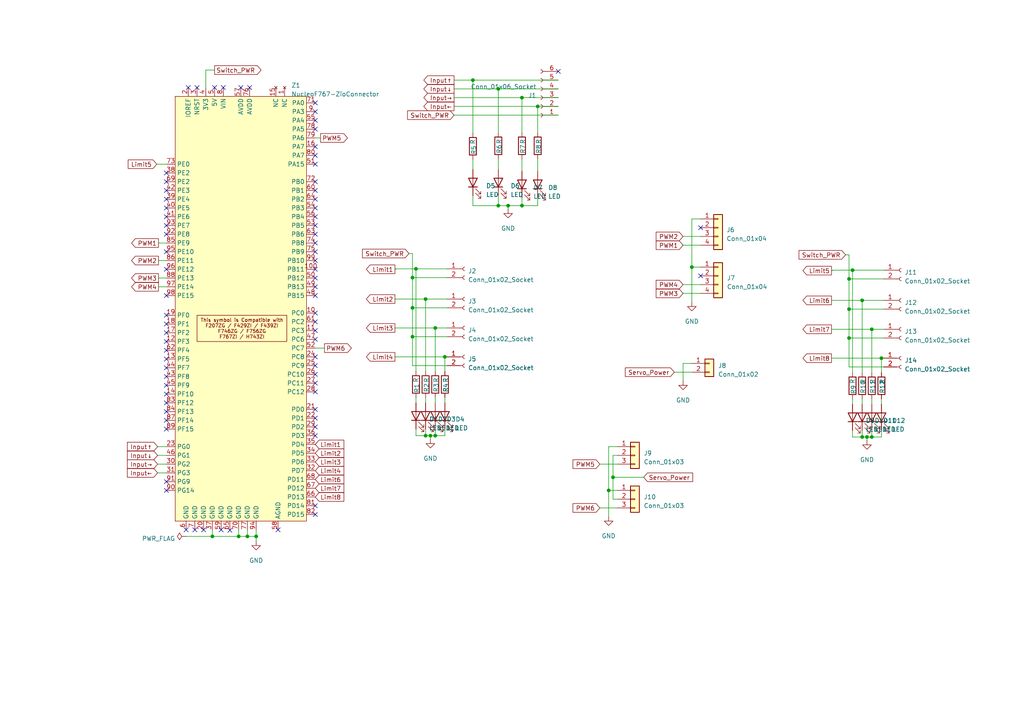
<source format=kicad_sch>
(kicad_sch (version 20230121) (generator eeschema)

  (uuid 5ef5cfa3-d9c6-45c8-83d5-186bb47a0cef)

  (paper "A4")

  (lib_symbols
    (symbol "Connector:Conn_01x02_Socket" (pin_names (offset 1.016) hide) (in_bom yes) (on_board yes)
      (property "Reference" "J" (at 0 2.54 0)
        (effects (font (size 1.27 1.27)))
      )
      (property "Value" "Conn_01x02_Socket" (at 0 -5.08 0)
        (effects (font (size 1.27 1.27)))
      )
      (property "Footprint" "" (at 0 0 0)
        (effects (font (size 1.27 1.27)) hide)
      )
      (property "Datasheet" "~" (at 0 0 0)
        (effects (font (size 1.27 1.27)) hide)
      )
      (property "ki_locked" "" (at 0 0 0)
        (effects (font (size 1.27 1.27)))
      )
      (property "ki_keywords" "connector" (at 0 0 0)
        (effects (font (size 1.27 1.27)) hide)
      )
      (property "ki_description" "Generic connector, single row, 01x02, script generated" (at 0 0 0)
        (effects (font (size 1.27 1.27)) hide)
      )
      (property "ki_fp_filters" "Connector*:*_1x??_*" (at 0 0 0)
        (effects (font (size 1.27 1.27)) hide)
      )
      (symbol "Conn_01x02_Socket_1_1"
        (arc (start 0 -2.032) (mid -0.5058 -2.54) (end 0 -3.048)
          (stroke (width 0.1524) (type default))
          (fill (type none))
        )
        (polyline
          (pts
            (xy -1.27 -2.54)
            (xy -0.508 -2.54)
          )
          (stroke (width 0.1524) (type default))
          (fill (type none))
        )
        (polyline
          (pts
            (xy -1.27 0)
            (xy -0.508 0)
          )
          (stroke (width 0.1524) (type default))
          (fill (type none))
        )
        (arc (start 0 0.508) (mid -0.5058 0) (end 0 -0.508)
          (stroke (width 0.1524) (type default))
          (fill (type none))
        )
        (pin passive line (at -5.08 0 0) (length 3.81)
          (name "Pin_1" (effects (font (size 1.27 1.27))))
          (number "1" (effects (font (size 1.27 1.27))))
        )
        (pin passive line (at -5.08 -2.54 0) (length 3.81)
          (name "Pin_2" (effects (font (size 1.27 1.27))))
          (number "2" (effects (font (size 1.27 1.27))))
        )
      )
    )
    (symbol "Connector:Conn_01x06_Socket" (pin_names (offset 1.016) hide) (in_bom yes) (on_board yes)
      (property "Reference" "J" (at 0 7.62 0)
        (effects (font (size 1.27 1.27)))
      )
      (property "Value" "Conn_01x06_Socket" (at 0 -10.16 0)
        (effects (font (size 1.27 1.27)))
      )
      (property "Footprint" "" (at 0 0 0)
        (effects (font (size 1.27 1.27)) hide)
      )
      (property "Datasheet" "~" (at 0 0 0)
        (effects (font (size 1.27 1.27)) hide)
      )
      (property "ki_locked" "" (at 0 0 0)
        (effects (font (size 1.27 1.27)))
      )
      (property "ki_keywords" "connector" (at 0 0 0)
        (effects (font (size 1.27 1.27)) hide)
      )
      (property "ki_description" "Generic connector, single row, 01x06, script generated" (at 0 0 0)
        (effects (font (size 1.27 1.27)) hide)
      )
      (property "ki_fp_filters" "Connector*:*_1x??_*" (at 0 0 0)
        (effects (font (size 1.27 1.27)) hide)
      )
      (symbol "Conn_01x06_Socket_1_1"
        (arc (start 0 -7.112) (mid -0.5058 -7.62) (end 0 -8.128)
          (stroke (width 0.1524) (type default))
          (fill (type none))
        )
        (arc (start 0 -4.572) (mid -0.5058 -5.08) (end 0 -5.588)
          (stroke (width 0.1524) (type default))
          (fill (type none))
        )
        (arc (start 0 -2.032) (mid -0.5058 -2.54) (end 0 -3.048)
          (stroke (width 0.1524) (type default))
          (fill (type none))
        )
        (polyline
          (pts
            (xy -1.27 -7.62)
            (xy -0.508 -7.62)
          )
          (stroke (width 0.1524) (type default))
          (fill (type none))
        )
        (polyline
          (pts
            (xy -1.27 -5.08)
            (xy -0.508 -5.08)
          )
          (stroke (width 0.1524) (type default))
          (fill (type none))
        )
        (polyline
          (pts
            (xy -1.27 -2.54)
            (xy -0.508 -2.54)
          )
          (stroke (width 0.1524) (type default))
          (fill (type none))
        )
        (polyline
          (pts
            (xy -1.27 0)
            (xy -0.508 0)
          )
          (stroke (width 0.1524) (type default))
          (fill (type none))
        )
        (polyline
          (pts
            (xy -1.27 2.54)
            (xy -0.508 2.54)
          )
          (stroke (width 0.1524) (type default))
          (fill (type none))
        )
        (polyline
          (pts
            (xy -1.27 5.08)
            (xy -0.508 5.08)
          )
          (stroke (width 0.1524) (type default))
          (fill (type none))
        )
        (arc (start 0 0.508) (mid -0.5058 0) (end 0 -0.508)
          (stroke (width 0.1524) (type default))
          (fill (type none))
        )
        (arc (start 0 3.048) (mid -0.5058 2.54) (end 0 2.032)
          (stroke (width 0.1524) (type default))
          (fill (type none))
        )
        (arc (start 0 5.588) (mid -0.5058 5.08) (end 0 4.572)
          (stroke (width 0.1524) (type default))
          (fill (type none))
        )
        (pin passive line (at -5.08 5.08 0) (length 3.81)
          (name "Pin_1" (effects (font (size 1.27 1.27))))
          (number "1" (effects (font (size 1.27 1.27))))
        )
        (pin passive line (at -5.08 2.54 0) (length 3.81)
          (name "Pin_2" (effects (font (size 1.27 1.27))))
          (number "2" (effects (font (size 1.27 1.27))))
        )
        (pin passive line (at -5.08 0 0) (length 3.81)
          (name "Pin_3" (effects (font (size 1.27 1.27))))
          (number "3" (effects (font (size 1.27 1.27))))
        )
        (pin passive line (at -5.08 -2.54 0) (length 3.81)
          (name "Pin_4" (effects (font (size 1.27 1.27))))
          (number "4" (effects (font (size 1.27 1.27))))
        )
        (pin passive line (at -5.08 -5.08 0) (length 3.81)
          (name "Pin_5" (effects (font (size 1.27 1.27))))
          (number "5" (effects (font (size 1.27 1.27))))
        )
        (pin passive line (at -5.08 -7.62 0) (length 3.81)
          (name "Pin_6" (effects (font (size 1.27 1.27))))
          (number "6" (effects (font (size 1.27 1.27))))
        )
      )
    )
    (symbol "Connector_Generic:Conn_01x02" (pin_names (offset 1.016) hide) (in_bom yes) (on_board yes)
      (property "Reference" "J" (at 0 2.54 0)
        (effects (font (size 1.27 1.27)))
      )
      (property "Value" "Conn_01x02" (at 0 -5.08 0)
        (effects (font (size 1.27 1.27)))
      )
      (property "Footprint" "" (at 0 0 0)
        (effects (font (size 1.27 1.27)) hide)
      )
      (property "Datasheet" "~" (at 0 0 0)
        (effects (font (size 1.27 1.27)) hide)
      )
      (property "ki_keywords" "connector" (at 0 0 0)
        (effects (font (size 1.27 1.27)) hide)
      )
      (property "ki_description" "Generic connector, single row, 01x02, script generated (kicad-library-utils/schlib/autogen/connector/)" (at 0 0 0)
        (effects (font (size 1.27 1.27)) hide)
      )
      (property "ki_fp_filters" "Connector*:*_1x??_*" (at 0 0 0)
        (effects (font (size 1.27 1.27)) hide)
      )
      (symbol "Conn_01x02_1_1"
        (rectangle (start -1.27 -2.413) (end 0 -2.667)
          (stroke (width 0.1524) (type default))
          (fill (type none))
        )
        (rectangle (start -1.27 0.127) (end 0 -0.127)
          (stroke (width 0.1524) (type default))
          (fill (type none))
        )
        (rectangle (start -1.27 1.27) (end 1.27 -3.81)
          (stroke (width 0.254) (type default))
          (fill (type background))
        )
        (pin passive line (at -5.08 0 0) (length 3.81)
          (name "Pin_1" (effects (font (size 1.27 1.27))))
          (number "1" (effects (font (size 1.27 1.27))))
        )
        (pin passive line (at -5.08 -2.54 0) (length 3.81)
          (name "Pin_2" (effects (font (size 1.27 1.27))))
          (number "2" (effects (font (size 1.27 1.27))))
        )
      )
    )
    (symbol "Connector_Generic:Conn_01x03" (pin_names (offset 1.016) hide) (in_bom yes) (on_board yes)
      (property "Reference" "J" (at 0 5.08 0)
        (effects (font (size 1.27 1.27)))
      )
      (property "Value" "Conn_01x03" (at 0 -5.08 0)
        (effects (font (size 1.27 1.27)))
      )
      (property "Footprint" "" (at 0 0 0)
        (effects (font (size 1.27 1.27)) hide)
      )
      (property "Datasheet" "~" (at 0 0 0)
        (effects (font (size 1.27 1.27)) hide)
      )
      (property "ki_keywords" "connector" (at 0 0 0)
        (effects (font (size 1.27 1.27)) hide)
      )
      (property "ki_description" "Generic connector, single row, 01x03, script generated (kicad-library-utils/schlib/autogen/connector/)" (at 0 0 0)
        (effects (font (size 1.27 1.27)) hide)
      )
      (property "ki_fp_filters" "Connector*:*_1x??_*" (at 0 0 0)
        (effects (font (size 1.27 1.27)) hide)
      )
      (symbol "Conn_01x03_1_1"
        (rectangle (start -1.27 -2.413) (end 0 -2.667)
          (stroke (width 0.1524) (type default))
          (fill (type none))
        )
        (rectangle (start -1.27 0.127) (end 0 -0.127)
          (stroke (width 0.1524) (type default))
          (fill (type none))
        )
        (rectangle (start -1.27 2.667) (end 0 2.413)
          (stroke (width 0.1524) (type default))
          (fill (type none))
        )
        (rectangle (start -1.27 3.81) (end 1.27 -3.81)
          (stroke (width 0.254) (type default))
          (fill (type background))
        )
        (pin passive line (at -5.08 2.54 0) (length 3.81)
          (name "Pin_1" (effects (font (size 1.27 1.27))))
          (number "1" (effects (font (size 1.27 1.27))))
        )
        (pin passive line (at -5.08 0 0) (length 3.81)
          (name "Pin_2" (effects (font (size 1.27 1.27))))
          (number "2" (effects (font (size 1.27 1.27))))
        )
        (pin passive line (at -5.08 -2.54 0) (length 3.81)
          (name "Pin_3" (effects (font (size 1.27 1.27))))
          (number "3" (effects (font (size 1.27 1.27))))
        )
      )
    )
    (symbol "Connector_Generic:Conn_01x04" (pin_names (offset 1.016) hide) (in_bom yes) (on_board yes)
      (property "Reference" "J" (at 0 5.08 0)
        (effects (font (size 1.27 1.27)))
      )
      (property "Value" "Conn_01x04" (at 0 -7.62 0)
        (effects (font (size 1.27 1.27)))
      )
      (property "Footprint" "" (at 0 0 0)
        (effects (font (size 1.27 1.27)) hide)
      )
      (property "Datasheet" "~" (at 0 0 0)
        (effects (font (size 1.27 1.27)) hide)
      )
      (property "ki_keywords" "connector" (at 0 0 0)
        (effects (font (size 1.27 1.27)) hide)
      )
      (property "ki_description" "Generic connector, single row, 01x04, script generated (kicad-library-utils/schlib/autogen/connector/)" (at 0 0 0)
        (effects (font (size 1.27 1.27)) hide)
      )
      (property "ki_fp_filters" "Connector*:*_1x??_*" (at 0 0 0)
        (effects (font (size 1.27 1.27)) hide)
      )
      (symbol "Conn_01x04_1_1"
        (rectangle (start -1.27 -4.953) (end 0 -5.207)
          (stroke (width 0.1524) (type default))
          (fill (type none))
        )
        (rectangle (start -1.27 -2.413) (end 0 -2.667)
          (stroke (width 0.1524) (type default))
          (fill (type none))
        )
        (rectangle (start -1.27 0.127) (end 0 -0.127)
          (stroke (width 0.1524) (type default))
          (fill (type none))
        )
        (rectangle (start -1.27 2.667) (end 0 2.413)
          (stroke (width 0.1524) (type default))
          (fill (type none))
        )
        (rectangle (start -1.27 3.81) (end 1.27 -6.35)
          (stroke (width 0.254) (type default))
          (fill (type background))
        )
        (pin passive line (at -5.08 2.54 0) (length 3.81)
          (name "Pin_1" (effects (font (size 1.27 1.27))))
          (number "1" (effects (font (size 1.27 1.27))))
        )
        (pin passive line (at -5.08 0 0) (length 3.81)
          (name "Pin_2" (effects (font (size 1.27 1.27))))
          (number "2" (effects (font (size 1.27 1.27))))
        )
        (pin passive line (at -5.08 -2.54 0) (length 3.81)
          (name "Pin_3" (effects (font (size 1.27 1.27))))
          (number "3" (effects (font (size 1.27 1.27))))
        )
        (pin passive line (at -5.08 -5.08 0) (length 3.81)
          (name "Pin_4" (effects (font (size 1.27 1.27))))
          (number "4" (effects (font (size 1.27 1.27))))
        )
      )
    )
    (symbol "Device:LED" (pin_numbers hide) (pin_names (offset 1.016) hide) (in_bom yes) (on_board yes)
      (property "Reference" "D" (at 0 2.54 0)
        (effects (font (size 1.27 1.27)))
      )
      (property "Value" "LED" (at 0 -2.54 0)
        (effects (font (size 1.27 1.27)))
      )
      (property "Footprint" "" (at 0 0 0)
        (effects (font (size 1.27 1.27)) hide)
      )
      (property "Datasheet" "~" (at 0 0 0)
        (effects (font (size 1.27 1.27)) hide)
      )
      (property "ki_keywords" "LED diode" (at 0 0 0)
        (effects (font (size 1.27 1.27)) hide)
      )
      (property "ki_description" "Light emitting diode" (at 0 0 0)
        (effects (font (size 1.27 1.27)) hide)
      )
      (property "ki_fp_filters" "LED* LED_SMD:* LED_THT:*" (at 0 0 0)
        (effects (font (size 1.27 1.27)) hide)
      )
      (symbol "LED_0_1"
        (polyline
          (pts
            (xy -1.27 -1.27)
            (xy -1.27 1.27)
          )
          (stroke (width 0.254) (type default))
          (fill (type none))
        )
        (polyline
          (pts
            (xy -1.27 0)
            (xy 1.27 0)
          )
          (stroke (width 0) (type default))
          (fill (type none))
        )
        (polyline
          (pts
            (xy 1.27 -1.27)
            (xy 1.27 1.27)
            (xy -1.27 0)
            (xy 1.27 -1.27)
          )
          (stroke (width 0.254) (type default))
          (fill (type none))
        )
        (polyline
          (pts
            (xy -3.048 -0.762)
            (xy -4.572 -2.286)
            (xy -3.81 -2.286)
            (xy -4.572 -2.286)
            (xy -4.572 -1.524)
          )
          (stroke (width 0) (type default))
          (fill (type none))
        )
        (polyline
          (pts
            (xy -1.778 -0.762)
            (xy -3.302 -2.286)
            (xy -2.54 -2.286)
            (xy -3.302 -2.286)
            (xy -3.302 -1.524)
          )
          (stroke (width 0) (type default))
          (fill (type none))
        )
      )
      (symbol "LED_1_1"
        (pin passive line (at -3.81 0 0) (length 2.54)
          (name "K" (effects (font (size 1.27 1.27))))
          (number "1" (effects (font (size 1.27 1.27))))
        )
        (pin passive line (at 3.81 0 180) (length 2.54)
          (name "A" (effects (font (size 1.27 1.27))))
          (number "2" (effects (font (size 1.27 1.27))))
        )
      )
    )
    (symbol "Device:R" (pin_numbers hide) (pin_names (offset 0)) (in_bom yes) (on_board yes)
      (property "Reference" "R" (at 2.032 0 90)
        (effects (font (size 1.27 1.27)))
      )
      (property "Value" "R" (at 0 0 90)
        (effects (font (size 1.27 1.27)))
      )
      (property "Footprint" "" (at -1.778 0 90)
        (effects (font (size 1.27 1.27)) hide)
      )
      (property "Datasheet" "~" (at 0 0 0)
        (effects (font (size 1.27 1.27)) hide)
      )
      (property "ki_keywords" "R res resistor" (at 0 0 0)
        (effects (font (size 1.27 1.27)) hide)
      )
      (property "ki_description" "Resistor" (at 0 0 0)
        (effects (font (size 1.27 1.27)) hide)
      )
      (property "ki_fp_filters" "R_*" (at 0 0 0)
        (effects (font (size 1.27 1.27)) hide)
      )
      (symbol "R_0_1"
        (rectangle (start -1.016 -2.54) (end 1.016 2.54)
          (stroke (width 0.254) (type default))
          (fill (type none))
        )
      )
      (symbol "R_1_1"
        (pin passive line (at 0 3.81 270) (length 1.27)
          (name "~" (effects (font (size 1.27 1.27))))
          (number "1" (effects (font (size 1.27 1.27))))
        )
        (pin passive line (at 0 -3.81 90) (length 1.27)
          (name "~" (effects (font (size 1.27 1.27))))
          (number "2" (effects (font (size 1.27 1.27))))
        )
      )
    )
    (symbol "okarobo:NucleoF767-ZioConnector" (in_bom yes) (on_board yes)
      (property "Reference" "Z" (at 0 0 0)
        (effects (font (size 1.27 1.27)))
      )
      (property "Value" "NucleoF767-ZioConnector" (at 0 6.35 0)
        (effects (font (size 1.27 1.27)))
      )
      (property "Footprint" "" (at 20.32 33.655 0)
        (effects (font (size 1.27 1.27)) hide)
      )
      (property "Datasheet" "" (at 20.32 33.655 0)
        (effects (font (size 1.27 1.27)) hide)
      )
      (symbol "NucleoF767-ZioConnector_0_0"
        (text_box "This symbol is Compatible with\nF207ZG / F429ZI / F439ZI \nF746ZG / F756ZG \nF767ZI / H743ZI"
          (at -12.7 -3.175 0) (size 26.035 -7.62)
          (stroke (width 0) (type default))
          (fill (type none))
          (effects (font (size 1 1)) (justify top))
        )
      )
      (symbol "NucleoF767-ZioConnector_1_0"
        (pin power_out line (at -7.62 62.865 270) (length 2.54)
          (name "5V" (effects (font (size 1.27 1.27))))
          (number "5" (effects (font (size 1.27 1.27))))
        )
      )
      (symbol "NucleoF767-ZioConnector_1_1"
        (rectangle (start -19.05 60.325) (end 19.05 -62.865)
          (stroke (width 0) (type default))
          (fill (type background))
        )
        (pin no_connect line (at 12.7 62.865 270) (length 2.54)
          (name "NC" (effects (font (size 1.27 1.27))))
          (number "1" (effects (font (size 1.27 1.27))))
        )
        (pin bidirectional line (at 21.59 -2.54 180) (length 2.54)
          (name "PC0" (effects (font (size 1.27 1.27))))
          (number "10" (effects (font (size 1.27 1.27))))
        )
        (pin bidirectional line (at 21.59 10.16 180) (length 2.54)
          (name "PB11" (effects (font (size 1.27 1.27))))
          (number "100" (effects (font (size 1.27 1.27))))
        )
        (pin bidirectional line (at 21.59 -7.62 180) (length 2.54)
          (name "PC3" (effects (font (size 1.27 1.27))))
          (number "11" (effects (font (size 1.27 1.27))))
        )
        (pin bidirectional line (at -21.59 -10.795 0) (length 2.54)
          (name "PF3" (effects (font (size 1.27 1.27))))
          (number "12" (effects (font (size 1.27 1.27))))
        )
        (pin bidirectional line (at -21.59 -15.875 0) (length 2.54)
          (name "PF5" (effects (font (size 1.27 1.27))))
          (number "13" (effects (font (size 1.27 1.27))))
        )
        (pin bidirectional line (at -21.59 -26.035 0) (length 2.54)
          (name "PF10" (effects (font (size 1.27 1.27))))
          (number "14" (effects (font (size 1.27 1.27))))
        )
        (pin no_connect line (at 10.16 62.865 270) (length 2.54)
          (name "NC" (effects (font (size 1.27 1.27))))
          (number "15" (effects (font (size 1.27 1.27))))
        )
        (pin bidirectional line (at 21.59 45.72 180) (length 2.54)
          (name "PA7" (effects (font (size 1.27 1.27))))
          (number "16" (effects (font (size 1.27 1.27))))
        )
        (pin bidirectional line (at -21.59 -8.255 0) (length 2.54)
          (name "PF2" (effects (font (size 1.27 1.27))))
          (number "17" (effects (font (size 1.27 1.27))))
        )
        (pin bidirectional line (at -21.59 -5.715 0) (length 2.54)
          (name "PF1" (effects (font (size 1.27 1.27))))
          (number "18" (effects (font (size 1.27 1.27))))
        )
        (pin bidirectional line (at -21.59 -3.175 0) (length 2.54)
          (name "PF0" (effects (font (size 1.27 1.27))))
          (number "19" (effects (font (size 1.27 1.27))))
        )
        (pin power_in line (at -15.24 62.865 270) (length 2.54)
          (name "IOREF" (effects (font (size 1.27 1.27))))
          (number "2" (effects (font (size 1.27 1.27))))
        )
        (pin power_in line (at -10.795 -65.405 90) (length 2.54)
          (name "GND" (effects (font (size 1.27 1.27))))
          (number "20" (effects (font (size 1.27 1.27))))
        )
        (pin bidirectional line (at 21.59 -30.48 180) (length 2.54)
          (name "PD0" (effects (font (size 1.27 1.27))))
          (number "21" (effects (font (size 1.27 1.27))))
        )
        (pin bidirectional line (at 21.59 -33.02 180) (length 2.54)
          (name "PD1" (effects (font (size 1.27 1.27))))
          (number "22" (effects (font (size 1.27 1.27))))
        )
        (pin bidirectional line (at -21.59 -41.275 0) (length 2.54)
          (name "PG0" (effects (font (size 1.27 1.27))))
          (number "23" (effects (font (size 1.27 1.27))))
        )
        (pin bidirectional line (at 21.59 -15.24 180) (length 2.54)
          (name "PC8" (effects (font (size 1.27 1.27))))
          (number "24" (effects (font (size 1.27 1.27))))
        )
        (pin bidirectional line (at 21.59 -17.78 180) (length 2.54)
          (name "PC9" (effects (font (size 1.27 1.27))))
          (number "25" (effects (font (size 1.27 1.27))))
        )
        (pin bidirectional line (at 21.59 -20.32 180) (length 2.54)
          (name "PC10" (effects (font (size 1.27 1.27))))
          (number "26" (effects (font (size 1.27 1.27))))
        )
        (pin bidirectional line (at 21.59 -22.86 180) (length 2.54)
          (name "PC11" (effects (font (size 1.27 1.27))))
          (number "27" (effects (font (size 1.27 1.27))))
        )
        (pin bidirectional line (at 21.59 -25.4 180) (length 2.54)
          (name "PC12" (effects (font (size 1.27 1.27))))
          (number "28" (effects (font (size 1.27 1.27))))
        )
        (pin bidirectional line (at 21.59 -35.56 180) (length 2.54)
          (name "PD2" (effects (font (size 1.27 1.27))))
          (number "29" (effects (font (size 1.27 1.27))))
        )
        (pin power_in line (at -12.7 62.865 270) (length 2.54)
          (name "NRST" (effects (font (size 1.27 1.27))))
          (number "3" (effects (font (size 1.27 1.27))))
        )
        (pin bidirectional line (at -21.59 -46.355 0) (length 2.54)
          (name "PG2" (effects (font (size 1.27 1.27))))
          (number "30" (effects (font (size 1.27 1.27))))
        )
        (pin bidirectional line (at -21.59 -48.895 0) (length 2.54)
          (name "PG3" (effects (font (size 1.27 1.27))))
          (number "31" (effects (font (size 1.27 1.27))))
        )
        (pin bidirectional line (at 21.59 -48.26 180) (length 2.54)
          (name "PD7" (effects (font (size 1.27 1.27))))
          (number "32" (effects (font (size 1.27 1.27))))
        )
        (pin bidirectional line (at 21.59 -45.72 180) (length 2.54)
          (name "PD6" (effects (font (size 1.27 1.27))))
          (number "33" (effects (font (size 1.27 1.27))))
        )
        (pin bidirectional line (at 21.59 -43.18 180) (length 2.54)
          (name "PD5" (effects (font (size 1.27 1.27))))
          (number "34" (effects (font (size 1.27 1.27))))
        )
        (pin bidirectional line (at 21.59 -40.64 180) (length 2.54)
          (name "PD4" (effects (font (size 1.27 1.27))))
          (number "35" (effects (font (size 1.27 1.27))))
        )
        (pin bidirectional line (at 21.59 -38.1 180) (length 2.54)
          (name "PD3" (effects (font (size 1.27 1.27))))
          (number "36" (effects (font (size 1.27 1.27))))
        )
        (pin power_in line (at -8.255 -65.405 90) (length 2.54)
          (name "GND" (effects (font (size 1.27 1.27))))
          (number "37" (effects (font (size 1.27 1.27))))
        )
        (pin bidirectional line (at -21.59 38.1 0) (length 2.54)
          (name "PE2" (effects (font (size 1.27 1.27))))
          (number "38" (effects (font (size 1.27 1.27))))
        )
        (pin bidirectional line (at -21.59 30.48 0) (length 2.54)
          (name "PE4" (effects (font (size 1.27 1.27))))
          (number "39" (effects (font (size 1.27 1.27))))
        )
        (pin power_out line (at -10.16 62.865 270) (length 2.54)
          (name "3V3" (effects (font (size 1.27 1.27))))
          (number "4" (effects (font (size 1.27 1.27))))
        )
        (pin bidirectional line (at -21.59 27.94 0) (length 2.54)
          (name "PE5" (effects (font (size 1.27 1.27))))
          (number "40" (effects (font (size 1.27 1.27))))
        )
        (pin bidirectional line (at -21.59 25.4 0) (length 2.54)
          (name "PE6" (effects (font (size 1.27 1.27))))
          (number "41" (effects (font (size 1.27 1.27))))
        )
        (pin bidirectional line (at -21.59 33.02 0) (length 2.54)
          (name "PE3" (effects (font (size 1.27 1.27))))
          (number "42" (effects (font (size 1.27 1.27))))
        )
        (pin bidirectional line (at -21.59 -20.955 0) (length 2.54)
          (name "PF8" (effects (font (size 1.27 1.27))))
          (number "43" (effects (font (size 1.27 1.27))))
        )
        (pin bidirectional line (at -21.59 -18.415 0) (length 2.54)
          (name "PF7" (effects (font (size 1.27 1.27))))
          (number "44" (effects (font (size 1.27 1.27))))
        )
        (pin bidirectional line (at -21.59 -23.495 0) (length 2.54)
          (name "PF9" (effects (font (size 1.27 1.27))))
          (number "45" (effects (font (size 1.27 1.27))))
        )
        (pin bidirectional line (at -21.59 -43.815 0) (length 2.54)
          (name "PG1" (effects (font (size 1.27 1.27))))
          (number "46" (effects (font (size 1.27 1.27))))
        )
        (pin bidirectional line (at 21.59 -10.16 180) (length 2.54)
          (name "PC6" (effects (font (size 1.27 1.27))))
          (number "47" (effects (font (size 1.27 1.27))))
        )
        (pin bidirectional line (at 21.59 2.54 180) (length 2.54)
          (name "PB15" (effects (font (size 1.27 1.27))))
          (number "48" (effects (font (size 1.27 1.27))))
        )
        (pin bidirectional line (at 21.59 5.08 180) (length 2.54)
          (name "PB13" (effects (font (size 1.27 1.27))))
          (number "49" (effects (font (size 1.27 1.27))))
        )
        (pin bidirectional line (at 21.59 7.62 180) (length 2.54)
          (name "PB12" (effects (font (size 1.27 1.27))))
          (number "50" (effects (font (size 1.27 1.27))))
        )
        (pin bidirectional line (at 21.59 40.64 180) (length 2.54)
          (name "PA15" (effects (font (size 1.27 1.27))))
          (number "51" (effects (font (size 1.27 1.27))))
        )
        (pin bidirectional line (at 21.59 -12.7 180) (length 2.54)
          (name "PC7" (effects (font (size 1.27 1.27))))
          (number "52" (effects (font (size 1.27 1.27))))
        )
        (pin bidirectional line (at 21.59 22.86 180) (length 2.54)
          (name "PB5" (effects (font (size 1.27 1.27))))
          (number "53" (effects (font (size 1.27 1.27))))
        )
        (pin bidirectional line (at 21.59 27.94 180) (length 2.54)
          (name "PB3" (effects (font (size 1.27 1.27))))
          (number "54" (effects (font (size 1.27 1.27))))
        )
        (pin bidirectional line (at 21.59 53.34 180) (length 2.54)
          (name "PA4" (effects (font (size 1.27 1.27))))
          (number "55" (effects (font (size 1.27 1.27))))
        )
        (pin bidirectional line (at 21.59 25.4 180) (length 2.54)
          (name "PB4" (effects (font (size 1.27 1.27))))
          (number "56" (effects (font (size 1.27 1.27))))
        )
        (pin power_in line (at 0 62.865 270) (length 2.54)
          (name "AVDD" (effects (font (size 1.27 1.27))))
          (number "57" (effects (font (size 1.27 1.27))))
        )
        (pin power_in line (at 10.795 -65.405 90) (length 2.54)
          (name "AGND" (effects (font (size 1.27 1.27))))
          (number "58" (effects (font (size 1.27 1.27))))
        )
        (pin power_in line (at -5.715 -65.405 90) (length 2.54)
          (name "GND" (effects (font (size 1.27 1.27))))
          (number "59" (effects (font (size 1.27 1.27))))
        )
        (pin power_in line (at -15.875 -65.405 90) (length 2.54)
          (name "GND" (effects (font (size 1.27 1.27))))
          (number "6" (effects (font (size 1.27 1.27))))
        )
        (pin bidirectional line (at 21.59 33.02 180) (length 2.54)
          (name "PB1" (effects (font (size 1.27 1.27))))
          (number "60" (effects (font (size 1.27 1.27))))
        )
        (pin bidirectional line (at 21.59 -5.08 180) (length 2.54)
          (name "PC2" (effects (font (size 1.27 1.27))))
          (number "61" (effects (font (size 1.27 1.27))))
        )
        (pin bidirectional line (at -21.59 -13.335 0) (length 2.54)
          (name "PF4" (effects (font (size 1.27 1.27))))
          (number "62" (effects (font (size 1.27 1.27))))
        )
        (pin bidirectional line (at 21.59 20.32 180) (length 2.54)
          (name "PB6" (effects (font (size 1.27 1.27))))
          (number "63" (effects (font (size 1.27 1.27))))
        )
        (pin bidirectional line (at 21.59 30.48 180) (length 2.54)
          (name "PB2" (effects (font (size 1.27 1.27))))
          (number "64" (effects (font (size 1.27 1.27))))
        )
        (pin power_in line (at -3.175 -65.405 90) (length 2.54)
          (name "GND" (effects (font (size 1.27 1.27))))
          (number "65" (effects (font (size 1.27 1.27))))
        )
        (pin bidirectional line (at 21.59 -55.88 180) (length 2.54)
          (name "PD13" (effects (font (size 1.27 1.27))))
          (number "66" (effects (font (size 1.27 1.27))))
        )
        (pin bidirectional line (at 21.59 -53.34 180) (length 2.54)
          (name "PD12" (effects (font (size 1.27 1.27))))
          (number "67" (effects (font (size 1.27 1.27))))
        )
        (pin bidirectional line (at 21.59 -50.8 180) (length 2.54)
          (name "PD11" (effects (font (size 1.27 1.27))))
          (number "68" (effects (font (size 1.27 1.27))))
        )
        (pin bidirectional line (at -21.59 35.56 0) (length 2.54)
          (name "PE2" (effects (font (size 1.27 1.27))))
          (number "69" (effects (font (size 1.27 1.27))))
        )
        (pin power_in line (at -13.335 -65.405 90) (length 2.54)
          (name "GND" (effects (font (size 1.27 1.27))))
          (number "7" (effects (font (size 1.27 1.27))))
        )
        (pin power_in line (at -0.635 -65.405 90) (length 2.54)
          (name "GND" (effects (font (size 1.27 1.27))))
          (number "70" (effects (font (size 1.27 1.27))))
        )
        (pin bidirectional line (at 21.59 58.42 180) (length 2.54)
          (name "PA0" (effects (font (size 1.27 1.27))))
          (number "71" (effects (font (size 1.27 1.27))))
        )
        (pin bidirectional line (at 21.59 35.56 180) (length 2.54)
          (name "PB0" (effects (font (size 1.27 1.27))))
          (number "72" (effects (font (size 1.27 1.27))))
        )
        (pin bidirectional line (at -21.59 40.64 0) (length 2.54)
          (name "PE0" (effects (font (size 1.27 1.27))))
          (number "73" (effects (font (size 1.27 1.27))))
        )
        (pin bidirectional line (at 21.59 17.78 180) (length 2.54)
          (name "PB8" (effects (font (size 1.27 1.27))))
          (number "74" (effects (font (size 1.27 1.27))))
        )
        (pin bidirectional line (at 21.59 15.24 180) (length 2.54)
          (name "PB9" (effects (font (size 1.27 1.27))))
          (number "75" (effects (font (size 1.27 1.27))))
        )
        (pin power_in line (at 2.54 62.865 270) (length 2.54)
          (name "AVDD" (effects (font (size 1.27 1.27))))
          (number "76" (effects (font (size 1.27 1.27))))
        )
        (pin power_in line (at 1.905 -65.405 90) (length 2.54)
          (name "GND" (effects (font (size 1.27 1.27))))
          (number "77" (effects (font (size 1.27 1.27))))
        )
        (pin bidirectional line (at 21.59 50.8 180) (length 2.54)
          (name "PA5" (effects (font (size 1.27 1.27))))
          (number "78" (effects (font (size 1.27 1.27))))
        )
        (pin bidirectional line (at 21.59 48.26 180) (length 2.54)
          (name "PA6" (effects (font (size 1.27 1.27))))
          (number "79" (effects (font (size 1.27 1.27))))
        )
        (pin power_in line (at -5.08 62.865 270) (length 2.54)
          (name "VIN" (effects (font (size 1.27 1.27))))
          (number "8" (effects (font (size 1.27 1.27))))
        )
        (pin bidirectional line (at 21.59 43.18 180) (length 2.54)
          (name "PA7" (effects (font (size 1.27 1.27))))
          (number "80" (effects (font (size 1.27 1.27))))
        )
        (pin bidirectional line (at 21.59 -58.42 180) (length 2.54)
          (name "PD14" (effects (font (size 1.27 1.27))))
          (number "81" (effects (font (size 1.27 1.27))))
        )
        (pin bidirectional line (at 21.59 -60.96 180) (length 2.54)
          (name "PD15" (effects (font (size 1.27 1.27))))
          (number "82" (effects (font (size 1.27 1.27))))
        )
        (pin bidirectional line (at -21.59 -28.575 0) (length 2.54)
          (name "PF12" (effects (font (size 1.27 1.27))))
          (number "83" (effects (font (size 1.27 1.27))))
        )
        (pin bidirectional line (at -21.59 -31.115 0) (length 2.54)
          (name "PF13" (effects (font (size 1.27 1.27))))
          (number "84" (effects (font (size 1.27 1.27))))
        )
        (pin bidirectional line (at -21.59 17.78 0) (length 2.54)
          (name "PE9" (effects (font (size 1.27 1.27))))
          (number "85" (effects (font (size 1.27 1.27))))
        )
        (pin bidirectional line (at -21.59 12.7 0) (length 2.54)
          (name "PE11" (effects (font (size 1.27 1.27))))
          (number "86" (effects (font (size 1.27 1.27))))
        )
        (pin bidirectional line (at -21.59 -33.655 0) (length 2.54)
          (name "PF14" (effects (font (size 1.27 1.27))))
          (number "87" (effects (font (size 1.27 1.27))))
        )
        (pin bidirectional line (at -21.59 7.62 0) (length 2.54)
          (name "PE13" (effects (font (size 1.27 1.27))))
          (number "88" (effects (font (size 1.27 1.27))))
        )
        (pin bidirectional line (at -21.59 -36.195 0) (length 2.54)
          (name "PF15" (effects (font (size 1.27 1.27))))
          (number "89" (effects (font (size 1.27 1.27))))
        )
        (pin bidirectional line (at 21.59 55.88 180) (length 2.54)
          (name "PA3" (effects (font (size 1.27 1.27))))
          (number "9" (effects (font (size 1.27 1.27))))
        )
        (pin bidirectional line (at -21.59 -53.975 0) (length 2.54)
          (name "PG14" (effects (font (size 1.27 1.27))))
          (number "90" (effects (font (size 1.27 1.27))))
        )
        (pin bidirectional line (at -21.59 -51.435 0) (length 2.54)
          (name "PG9" (effects (font (size 1.27 1.27))))
          (number "91" (effects (font (size 1.27 1.27))))
        )
        (pin bidirectional line (at -21.59 20.32 0) (length 2.54)
          (name "PE8" (effects (font (size 1.27 1.27))))
          (number "92" (effects (font (size 1.27 1.27))))
        )
        (pin bidirectional line (at -21.59 22.86 0) (length 2.54)
          (name "PE7" (effects (font (size 1.27 1.27))))
          (number "93" (effects (font (size 1.27 1.27))))
        )
        (pin power_in line (at 4.445 -65.405 90) (length 2.54)
          (name "GND" (effects (font (size 1.27 1.27))))
          (number "94" (effects (font (size 1.27 1.27))))
        )
        (pin bidirectional line (at -21.59 15.24 0) (length 2.54)
          (name "PE10" (effects (font (size 1.27 1.27))))
          (number "95" (effects (font (size 1.27 1.27))))
        )
        (pin bidirectional line (at -21.59 10.16 0) (length 2.54)
          (name "PE12" (effects (font (size 1.27 1.27))))
          (number "96" (effects (font (size 1.27 1.27))))
        )
        (pin bidirectional line (at -21.59 5.08 0) (length 2.54)
          (name "PE14" (effects (font (size 1.27 1.27))))
          (number "97" (effects (font (size 1.27 1.27))))
        )
        (pin bidirectional line (at -21.59 2.54 0) (length 2.54)
          (name "PE15" (effects (font (size 1.27 1.27))))
          (number "98" (effects (font (size 1.27 1.27))))
        )
        (pin bidirectional line (at 21.59 12.7 180) (length 2.54)
          (name "PB10" (effects (font (size 1.27 1.27))))
          (number "99" (effects (font (size 1.27 1.27))))
        )
      )
    )
    (symbol "power:GND" (power) (pin_names (offset 0)) (in_bom yes) (on_board yes)
      (property "Reference" "#PWR" (at 0 -6.35 0)
        (effects (font (size 1.27 1.27)) hide)
      )
      (property "Value" "GND" (at 0 -3.81 0)
        (effects (font (size 1.27 1.27)))
      )
      (property "Footprint" "" (at 0 0 0)
        (effects (font (size 1.27 1.27)) hide)
      )
      (property "Datasheet" "" (at 0 0 0)
        (effects (font (size 1.27 1.27)) hide)
      )
      (property "ki_keywords" "global power" (at 0 0 0)
        (effects (font (size 1.27 1.27)) hide)
      )
      (property "ki_description" "Power symbol creates a global label with name \"GND\" , ground" (at 0 0 0)
        (effects (font (size 1.27 1.27)) hide)
      )
      (symbol "GND_0_1"
        (polyline
          (pts
            (xy 0 0)
            (xy 0 -1.27)
            (xy 1.27 -1.27)
            (xy 0 -2.54)
            (xy -1.27 -1.27)
            (xy 0 -1.27)
          )
          (stroke (width 0) (type default))
          (fill (type none))
        )
      )
      (symbol "GND_1_1"
        (pin power_in line (at 0 0 270) (length 0) hide
          (name "GND" (effects (font (size 1.27 1.27))))
          (number "1" (effects (font (size 1.27 1.27))))
        )
      )
    )
    (symbol "power:PWR_FLAG" (power) (pin_numbers hide) (pin_names (offset 0) hide) (in_bom yes) (on_board yes)
      (property "Reference" "#FLG" (at 0 1.905 0)
        (effects (font (size 1.27 1.27)) hide)
      )
      (property "Value" "PWR_FLAG" (at 0 3.81 0)
        (effects (font (size 1.27 1.27)))
      )
      (property "Footprint" "" (at 0 0 0)
        (effects (font (size 1.27 1.27)) hide)
      )
      (property "Datasheet" "~" (at 0 0 0)
        (effects (font (size 1.27 1.27)) hide)
      )
      (property "ki_keywords" "flag power" (at 0 0 0)
        (effects (font (size 1.27 1.27)) hide)
      )
      (property "ki_description" "Special symbol for telling ERC where power comes from" (at 0 0 0)
        (effects (font (size 1.27 1.27)) hide)
      )
      (symbol "PWR_FLAG_0_0"
        (pin power_out line (at 0 0 90) (length 0)
          (name "pwr" (effects (font (size 1.27 1.27))))
          (number "1" (effects (font (size 1.27 1.27))))
        )
      )
      (symbol "PWR_FLAG_0_1"
        (polyline
          (pts
            (xy 0 0)
            (xy 0 1.27)
            (xy -1.016 1.905)
            (xy 0 2.54)
            (xy 1.016 1.905)
            (xy 0 1.27)
          )
          (stroke (width 0) (type default))
          (fill (type none))
        )
      )
    )
  )

  (junction (at 71.755 155.575) (diameter 0) (color 0 0 0 0)
    (uuid 1862bf65-8f42-45be-8a41-f1c98a3040ca)
  )
  (junction (at 144.526 25.781) (diameter 0) (color 0 0 0 0)
    (uuid 1a900719-253e-4ace-ac38-40a5076b8bfa)
  )
  (junction (at 137.16 23.241) (diameter 0) (color 0 0 0 0)
    (uuid 1dc61192-25aa-460b-beba-bb492d8267ec)
  )
  (junction (at 251.46 126.746) (diameter 0) (color 0 0 0 0)
    (uuid 28eb6c4c-ed75-457f-8da5-e9f58db29f13)
  )
  (junction (at 255.651 103.886) (diameter 0) (color 0 0 0 0)
    (uuid 2cdf4cf7-2ad4-4811-81ab-237ed9a477ca)
  )
  (junction (at 200.66 77.47) (diameter 0) (color 0 0 0 0)
    (uuid 34a0ae5c-5ed7-4be6-892a-5e1ad2f6de89)
  )
  (junction (at 246.253 80.899) (diameter 0) (color 0 0 0 0)
    (uuid 35b87e51-d7bd-415f-88ca-b5cef3d4e808)
  )
  (junction (at 176.53 142.24) (diameter 0) (color 0 0 0 0)
    (uuid 38f91f56-6ac6-48ff-81c4-a58bc289d264)
  )
  (junction (at 151.384 28.321) (diameter 0) (color 0 0 0 0)
    (uuid 3a7bd197-df29-47eb-8028-ab30cbf8115d)
  )
  (junction (at 177.8 138.43) (diameter 0) (color 0 0 0 0)
    (uuid 3c9a6f03-7644-4a79-8540-e967c673c58d)
  )
  (junction (at 155.956 30.861) (diameter 0) (color 0 0 0 0)
    (uuid 3e6c498a-ddde-4c61-b8f1-7ca44d8cfc7c)
  )
  (junction (at 119.634 80.518) (diameter 0) (color 0 0 0 0)
    (uuid 410e2ff1-1b2f-4b91-b8dc-6de33cee4d6a)
  )
  (junction (at 61.595 155.575) (diameter 0) (color 0 0 0 0)
    (uuid 65dcc31f-b700-492c-94d5-3e92300d0b02)
  )
  (junction (at 126.238 126.365) (diameter 0) (color 0 0 0 0)
    (uuid 68e18211-bb2e-474c-beba-07825a3ebb63)
  )
  (junction (at 247.269 78.359) (diameter 0) (color 0 0 0 0)
    (uuid 6952596b-2edf-44a6-8467-a6f45e81b546)
  )
  (junction (at 126.238 95.123) (diameter 0) (color 0 0 0 0)
    (uuid 6efad092-5932-4180-9122-5cbbe3f0eaa0)
  )
  (junction (at 119.634 89.281) (diameter 0) (color 0 0 0 0)
    (uuid 72c1479f-581f-4609-9922-fe05d464fea1)
  )
  (junction (at 252.857 95.504) (diameter 0) (color 0 0 0 0)
    (uuid 77dc22fe-b8da-4aee-8524-6caa0cd91deb)
  )
  (junction (at 74.295 155.575) (diameter 0) (color 0 0 0 0)
    (uuid 79b30fc1-e321-4767-b2c3-8b1206b49fc0)
  )
  (junction (at 124.841 126.365) (diameter 0) (color 0 0 0 0)
    (uuid 7e53a1a9-63c9-4cd9-982d-0e5520dff2df)
  )
  (junction (at 123.444 86.741) (diameter 0) (color 0 0 0 0)
    (uuid 976e97c4-d221-4a3a-a997-bd7d2e145e66)
  )
  (junction (at 250.063 126.746) (diameter 0) (color 0 0 0 0)
    (uuid a61fab78-395f-4ecf-85e0-fc5ffe3a711e)
  )
  (junction (at 69.215 155.575) (diameter 0) (color 0 0 0 0)
    (uuid a90f1997-d72a-4234-ace5-1c3d78d23c4f)
  )
  (junction (at 246.253 98.044) (diameter 0) (color 0 0 0 0)
    (uuid ac968fa5-cf59-4f82-b7a9-0423d564690d)
  )
  (junction (at 147.3745 59.6486) (diameter 0) (color 0 0 0 0)
    (uuid ad3c3437-e9ac-4194-ac74-45c4767cd842)
  )
  (junction (at 151.384 59.6486) (diameter 0) (color 0 0 0 0)
    (uuid bac9e084-fb58-4eb6-bcb9-1611d6b1ec55)
  )
  (junction (at 119.634 97.663) (diameter 0) (color 0 0 0 0)
    (uuid c140314f-d668-4353-b6fd-6cddd813496b)
  )
  (junction (at 252.857 126.746) (diameter 0) (color 0 0 0 0)
    (uuid c30bd164-1c3c-49b6-9cba-e3fc72c8d48e)
  )
  (junction (at 246.253 89.662) (diameter 0) (color 0 0 0 0)
    (uuid d649cbdf-9138-484b-ae59-ffeae23864d6)
  )
  (junction (at 144.526 59.6486) (diameter 0) (color 0 0 0 0)
    (uuid e112e9f8-ccaa-4f02-8219-637cd7c86d23)
  )
  (junction (at 120.65 77.978) (diameter 0) (color 0 0 0 0)
    (uuid e4049f0a-bda0-48ac-9ef4-08b35dd19b56)
  )
  (junction (at 129.032 103.505) (diameter 0) (color 0 0 0 0)
    (uuid ec2c267f-4690-4f16-9231-4ad42a7f86d4)
  )
  (junction (at 123.444 126.365) (diameter 0) (color 0 0 0 0)
    (uuid fe32de70-ebfc-4b80-be5a-05fec36bc7bf)
  )
  (junction (at 250.063 87.122) (diameter 0) (color 0 0 0 0)
    (uuid fff169c9-e74f-4001-9544-4d68a6098d22)
  )

  (no_connect (at 91.44 98.425) (uuid 071734b4-3d32-457e-aedf-6def7399ef31))
  (no_connect (at 91.44 45.085) (uuid 091bbc39-7e70-454e-a54f-b10e6c0ec69a))
  (no_connect (at 91.44 55.245) (uuid 099b062a-ebc5-40f6-928f-2fa4a8b99868))
  (no_connect (at 91.44 113.665) (uuid 1baa910e-123d-4601-a2cc-655287279f90))
  (no_connect (at 91.44 118.745) (uuid 1d383745-fdb0-418b-a9cb-e8bf8baafc19))
  (no_connect (at 48.26 50.165) (uuid 1f30a35e-8144-4649-b377-06e1f3ebd38f))
  (no_connect (at 91.44 126.365) (uuid 246ddc2c-9c40-4bb0-a5b4-eb59e4b6bb26))
  (no_connect (at 64.135 153.67) (uuid 2828c2e4-3736-42ad-b3f6-644c2c403633))
  (no_connect (at 48.26 65.405) (uuid 2840f218-d6eb-4385-b970-04534cee5cc7))
  (no_connect (at 91.44 103.505) (uuid 29485665-27af-480f-b66a-21932d1604cc))
  (no_connect (at 48.26 109.22) (uuid 2bf7c558-839b-48fc-9a93-3cbb94d7385f))
  (no_connect (at 161.925 20.701) (uuid 2d3a1346-4788-4bca-af54-f4714cecc659))
  (no_connect (at 91.44 78.105) (uuid 2e268c6c-64a6-404a-a276-c796677a64ab))
  (no_connect (at 91.44 111.125) (uuid 35df1dbf-1c01-4a69-8145-16ce95a5168a))
  (no_connect (at 48.26 116.84) (uuid 3db20ac5-4776-4d3f-9d18-adcb75956954))
  (no_connect (at 48.26 119.38) (uuid 3dd4e62e-e992-4039-af6c-6e63beb7e4fb))
  (no_connect (at 48.26 96.52) (uuid 4232b625-1e86-4ac3-a3b4-a30a943341d4))
  (no_connect (at 48.26 121.92) (uuid 4cc70980-1bdc-4c48-ba9f-2c28d4e6ccc4))
  (no_connect (at 203.2 66.04) (uuid 521f5e33-a3b0-4452-be0a-01f133c5ca82))
  (no_connect (at 48.26 73.025) (uuid 5409cdb4-50fc-466f-9e3f-af762eab6bb5))
  (no_connect (at 48.26 91.44) (uuid 563890fe-f848-41c4-96a0-33102fa5c7bd))
  (no_connect (at 48.26 99.06) (uuid 5c545608-e465-4add-a8ea-2358fd69c097))
  (no_connect (at 91.44 37.465) (uuid 5cd3e82f-0574-4e08-ab3d-f1982a9a6023))
  (no_connect (at 91.44 106.045) (uuid 5d75feba-bec7-4d18-acce-9f0227f99899))
  (no_connect (at 91.44 34.925) (uuid 60df2c16-188b-4f4b-ba64-825f28c0df3a))
  (no_connect (at 91.44 65.405) (uuid 6a89d872-74ec-4d0c-886a-297b8be1ef12))
  (no_connect (at 48.26 106.68) (uuid 6bf49745-63f4-4a55-8fac-0fcb2b3b4e36))
  (no_connect (at 48.26 67.945) (uuid 7148d4f7-5198-4baa-a020-7fb3f6f9f2cd))
  (no_connect (at 91.44 62.865) (uuid 75f51898-538e-4272-9487-884b2034f769))
  (no_connect (at 69.85 25.4) (uuid 765eaf35-fdbe-493f-a4d2-79e73184d601))
  (no_connect (at 57.15 25.4) (uuid 77890fae-bd9e-4447-97e9-0c1e14e173f7))
  (no_connect (at 91.44 57.785) (uuid 79f4b0dd-ecea-4c6c-acde-b7725d9ff724))
  (no_connect (at 91.44 75.565) (uuid 7f780a8a-b56e-40a9-8024-0da2fe1ec9bf))
  (no_connect (at 48.26 111.76) (uuid 82f37c35-1124-4df9-8d8e-41f4462ecb8c))
  (no_connect (at 53.975 153.67) (uuid 86b4100a-e270-42b9-987b-6e595dbe9b59))
  (no_connect (at 91.44 146.685) (uuid 87dce226-5365-4a26-9f5c-bfd14d61b18e))
  (no_connect (at 48.26 101.6) (uuid 88ec4790-5818-4aed-bcd5-ef434f1b7bd3))
  (no_connect (at 48.26 124.46) (uuid 8cc772e1-0044-4a19-98f5-68baec5b3174))
  (no_connect (at 80.645 153.67) (uuid 92077610-1dc3-4427-8949-00722dfafd9f))
  (no_connect (at 91.44 80.645) (uuid 9bd4be49-ccb0-46e8-8421-52d37e7029c8))
  (no_connect (at 48.26 78.105) (uuid 9cd79170-72fa-48a5-9c6e-3d3cd7699a44))
  (no_connect (at 91.44 70.485) (uuid a17982fa-1258-4342-a989-97463e0afb55))
  (no_connect (at 91.44 60.325) (uuid a43c6e30-5964-4bff-b041-05d8d3bce1c2))
  (no_connect (at 48.26 114.3) (uuid a76419bc-6de5-4e15-afb3-c9b01658777a))
  (no_connect (at 91.44 47.625) (uuid a7d8a737-f3da-40f9-a858-3de400ee8e71))
  (no_connect (at 48.26 52.705) (uuid ab5cf730-ca49-4b92-b770-2b620fb7b0db))
  (no_connect (at 91.44 90.805) (uuid ad331ca8-d605-4585-bc30-25078641608d))
  (no_connect (at 48.26 93.98) (uuid ade6eb0d-c88f-43da-b2b0-d75a4df2c7df))
  (no_connect (at 91.44 95.885) (uuid aed0b528-ad90-46c4-919f-8cee2ba1e3b1))
  (no_connect (at 91.44 67.945) (uuid b1f81204-b6d3-4cd5-9465-96f2dcc810a3))
  (no_connect (at 48.26 62.865) (uuid bbae20ca-ab66-4a1c-b7f0-b367f3575c76))
  (no_connect (at 72.39 25.4) (uuid bd27dc53-4fa7-4135-9e06-619c52210567))
  (no_connect (at 91.44 149.225) (uuid c007f1db-66b5-4e7b-acb4-13f81caef041))
  (no_connect (at 91.44 121.285) (uuid c5a94697-2c60-4e5c-8e1d-df7f9b9410cf))
  (no_connect (at 66.675 153.797) (uuid c6303a91-9dfa-424f-aa0f-db3f6639a4b6))
  (no_connect (at 91.44 85.725) (uuid cd6ca1c0-90a8-4069-a0aa-b78c4284c30b))
  (no_connect (at 91.44 108.585) (uuid ce3120c6-7835-4485-824f-7cf7e7db1ac6))
  (no_connect (at 62.23 25.4) (uuid d6a606be-0e80-4667-855e-6063bf571ca3))
  (no_connect (at 48.26 55.245) (uuid d78228b9-8c03-49c3-95bc-cd68eae5be2a))
  (no_connect (at 48.26 142.24) (uuid de7dbaf9-6538-439d-86d2-d668d6585670))
  (no_connect (at 91.44 42.545) (uuid dfb335d7-c471-4e17-9f5b-f1b12448a665))
  (no_connect (at 48.26 57.785) (uuid e0cc7797-aab7-411e-8fff-969c665a8aec))
  (no_connect (at 48.26 104.14) (uuid e11e706b-c4f8-46e8-9cd0-b5ddbffc6700))
  (no_connect (at 48.26 139.7) (uuid e26d817c-7538-4389-b678-1dabd656366d))
  (no_connect (at 91.44 123.825) (uuid e26d911a-c5f2-40d7-aff0-fafdb0678ac5))
  (no_connect (at 91.44 29.845) (uuid e37baaf4-9a74-4cbd-b507-a671edbf29fe))
  (no_connect (at 59.055 153.67) (uuid e8c45ddc-c926-4896-be50-16b62bfd3468))
  (no_connect (at 48.26 60.325) (uuid e91d3952-a431-4489-b12f-aa50c649c09c))
  (no_connect (at 56.515 153.67) (uuid ef19e3d4-b4ef-440b-9089-9de6195b7a4d))
  (no_connect (at 48.26 85.725) (uuid efda1ed9-84ce-462e-acde-e798fb1d3dc1))
  (no_connect (at 203.2 80.01) (uuid f071d407-aef9-42ca-be35-69a5be219783))
  (no_connect (at 91.44 32.385) (uuid f286bd2d-ba51-4f6d-adc4-f53f730fe321))
  (no_connect (at 64.77 25.4) (uuid f6182dfd-2bbf-48d4-9642-f4565fd9c24d))
  (no_connect (at 91.44 73.025) (uuid f6837176-8991-4187-9f70-260cd4ec349b))
  (no_connect (at 91.44 93.345) (uuid f739b186-79a6-48f1-a358-a711d73cc3d5))
  (no_connect (at 91.44 83.185) (uuid fad72fc5-39a9-4399-9ba0-e6ce73d49882))
  (no_connect (at 54.61 25.4) (uuid fca7cb58-1138-4432-bd21-597966fd02de))
  (no_connect (at 91.44 52.705) (uuid fe2ec7e1-a5ee-4a23-bb39-6b8b52cc955b))

  (wire (pts (xy 91.44 100.965) (xy 94.107 100.965))
    (stroke (width 0) (type default))
    (uuid 016655af-96a2-40c2-9d35-dd31fa7e9824)
  )
  (wire (pts (xy 45.974 70.485) (xy 48.26 70.485))
    (stroke (width 0) (type default))
    (uuid 01e88803-2ed9-4eef-b2f8-459b1f14ac00)
  )
  (wire (pts (xy 173.99 134.62) (xy 179.07 134.62))
    (stroke (width 0) (type default))
    (uuid 034c2d6b-af2d-43c8-9a1f-bd4e8a55093e)
  )
  (wire (pts (xy 119.634 80.518) (xy 129.667 80.518))
    (stroke (width 0) (type default))
    (uuid 0397b2be-f197-4506-8514-1a639479797b)
  )
  (wire (pts (xy 69.215 153.67) (xy 69.215 155.575))
    (stroke (width 0) (type default))
    (uuid 0595c8df-6525-4332-a96b-4c26718621c2)
  )
  (wire (pts (xy 71.755 155.575) (xy 74.295 155.575))
    (stroke (width 0) (type default))
    (uuid 05ca3e5c-ad91-46ad-b5e4-373baa74aabe)
  )
  (wire (pts (xy 120.65 115.316) (xy 120.65 116.84))
    (stroke (width 0) (type default))
    (uuid 076b55a2-3f1a-446a-b6f0-f0f6b15753cf)
  )
  (wire (pts (xy 250.063 87.122) (xy 250.063 108.077))
    (stroke (width 0) (type default))
    (uuid 08dd8a35-a032-4caf-afcc-7133aaf85e9e)
  )
  (wire (pts (xy 129.032 103.505) (xy 129.667 103.505))
    (stroke (width 0) (type default))
    (uuid 0a036416-a51f-4caf-b5dd-f96cbdb8ef45)
  )
  (wire (pts (xy 123.444 124.46) (xy 123.444 126.365))
    (stroke (width 0) (type default))
    (uuid 0b860496-9974-47e0-8bf6-e876204b5d6a)
  )
  (wire (pts (xy 241.173 87.122) (xy 250.063 87.122))
    (stroke (width 0) (type default))
    (uuid 0ccbbae9-bfa1-43cc-bb2e-3e338597aaae)
  )
  (wire (pts (xy 144.526 25.781) (xy 161.925 25.781))
    (stroke (width 0) (type default))
    (uuid 0e9941da-694c-4d82-81f2-e6a85e80fa39)
  )
  (wire (pts (xy 147.3745 59.6486) (xy 151.384 59.6486))
    (stroke (width 0) (type default))
    (uuid 121cd18b-5eea-4247-889f-f765cb70b7aa)
  )
  (wire (pts (xy 45.72 132.08) (xy 48.26 132.08))
    (stroke (width 0) (type default))
    (uuid 146d7149-e50d-4d5b-976a-705be6a4ae09)
  )
  (wire (pts (xy 137.16 23.241) (xy 137.16 38.608))
    (stroke (width 0) (type default))
    (uuid 1579a630-2ea8-46b9-ba4b-f3b2c43ea850)
  )
  (wire (pts (xy 71.755 153.67) (xy 71.755 155.575))
    (stroke (width 0) (type default))
    (uuid 18a7035a-e81e-49c5-9479-342e99c2cf36)
  )
  (wire (pts (xy 155.956 46.101) (xy 155.956 49.657))
    (stroke (width 0) (type default))
    (uuid 1af138b0-b7ac-4b48-b165-6b732a3511ec)
  )
  (wire (pts (xy 119.634 97.663) (xy 129.667 97.663))
    (stroke (width 0) (type default))
    (uuid 1bcfd9f2-ed7c-46ff-9c75-073d3a17220c)
  )
  (wire (pts (xy 246.253 80.899) (xy 256.286 80.899))
    (stroke (width 0) (type default))
    (uuid 1d3164b8-b2aa-4dea-b7b8-9bbfd0e40214)
  )
  (wire (pts (xy 45.974 75.565) (xy 48.26 75.565))
    (stroke (width 0) (type default))
    (uuid 1ef8f0ca-7d95-4a8b-a674-94b5fd9e5ffc)
  )
  (wire (pts (xy 119.634 89.281) (xy 129.667 89.281))
    (stroke (width 0) (type default))
    (uuid 1ff8ff86-f3bd-4cf2-88f4-74a560121e52)
  )
  (wire (pts (xy 45.72 134.62) (xy 48.26 134.62))
    (stroke (width 0) (type default))
    (uuid 21d1874b-be35-44c8-ab9d-fc56b186c9e6)
  )
  (wire (pts (xy 252.857 95.504) (xy 252.857 108.077))
    (stroke (width 0) (type default))
    (uuid 236ca1f0-cbfb-4ea7-bc9d-14adfcb51ad4)
  )
  (wire (pts (xy 198.12 105.41) (xy 198.12 110.49))
    (stroke (width 0) (type default))
    (uuid 2544f8da-8096-4164-b3fb-dba7c350ae6b)
  )
  (wire (pts (xy 255.651 126.746) (xy 255.651 124.841))
    (stroke (width 0) (type default))
    (uuid 2611445c-585a-4899-8a47-ded5a0153c7a)
  )
  (wire (pts (xy 120.65 77.978) (xy 120.65 107.696))
    (stroke (width 0) (type default))
    (uuid 2893d3dd-fd36-4532-96bd-d1c1b7413e78)
  )
  (wire (pts (xy 177.8 144.78) (xy 179.07 144.78))
    (stroke (width 0) (type default))
    (uuid 2d4a7b93-8b53-4376-8f38-d1675de11b1b)
  )
  (wire (pts (xy 255.651 103.886) (xy 255.651 108.077))
    (stroke (width 0) (type default))
    (uuid 2d5ecb81-5535-4ebf-89d6-6959ddab15d4)
  )
  (wire (pts (xy 123.444 115.316) (xy 123.444 116.84))
    (stroke (width 0) (type default))
    (uuid 3185feba-aeff-4a94-8f1e-23797af125ce)
  )
  (wire (pts (xy 173.99 147.32) (xy 179.07 147.32))
    (stroke (width 0) (type default))
    (uuid 3354e373-441e-4847-a2f4-a59142319ec9)
  )
  (wire (pts (xy 246.253 106.426) (xy 256.286 106.426))
    (stroke (width 0) (type default))
    (uuid 34893d17-bf49-44dd-85fe-fb71dd168c66)
  )
  (wire (pts (xy 246.253 73.914) (xy 246.253 80.899))
    (stroke (width 0) (type default))
    (uuid 358bcd40-7bbe-49f5-93b9-0ebebebeaf90)
  )
  (wire (pts (xy 137.16 56.769) (xy 137.16 59.6486))
    (stroke (width 0) (type default))
    (uuid 36807d9e-ef8e-4853-a846-e0c0619cae00)
  )
  (wire (pts (xy 176.53 149.86) (xy 176.53 142.24))
    (stroke (width 0) (type default))
    (uuid 37ce58c6-1fb1-4b6c-8e9d-b09f8eb322d3)
  )
  (wire (pts (xy 114.554 86.741) (xy 123.444 86.741))
    (stroke (width 0) (type default))
    (uuid 37f07bac-da39-4b4f-b7c8-c2209f9e9675)
  )
  (wire (pts (xy 241.427 78.359) (xy 247.269 78.359))
    (stroke (width 0) (type default))
    (uuid 38e3e032-df5f-4904-ab99-0697c33a1412)
  )
  (wire (pts (xy 118.618 73.533) (xy 119.634 73.533))
    (stroke (width 0) (type default))
    (uuid 3af603d8-82fe-42c3-ad7f-d3194de56720)
  )
  (wire (pts (xy 250.063 124.841) (xy 250.063 126.746))
    (stroke (width 0) (type default))
    (uuid 3b30b981-4f1e-42cb-b3e6-f4308d6cfb2d)
  )
  (wire (pts (xy 59.69 20.32) (xy 62.23 20.32))
    (stroke (width 0) (type default))
    (uuid 3ce723ca-12d6-4180-b89f-bab67466f8f5)
  )
  (wire (pts (xy 45.72 129.54) (xy 48.26 129.54))
    (stroke (width 0) (type default))
    (uuid 3e97cd84-68fd-466f-8445-ccf6ac9c4e3d)
  )
  (wire (pts (xy 252.857 115.697) (xy 252.857 117.221))
    (stroke (width 0) (type default))
    (uuid 3f14c4cb-559b-48ae-8c68-134319c5756d)
  )
  (wire (pts (xy 247.269 78.359) (xy 247.269 108.077))
    (stroke (width 0) (type default))
    (uuid 40cc1d86-c8a0-45dc-bfc4-94fb1170e867)
  )
  (wire (pts (xy 144.526 56.769) (xy 144.526 59.6486))
    (stroke (width 0) (type default))
    (uuid 40e64fb0-7672-4046-9857-5133be63fa98)
  )
  (wire (pts (xy 151.384 59.6486) (xy 155.956 59.6486))
    (stroke (width 0) (type default))
    (uuid 443189af-5fb4-4103-84d2-d4d7b8c5a9c4)
  )
  (wire (pts (xy 247.269 124.841) (xy 247.269 126.746))
    (stroke (width 0) (type default))
    (uuid 45c99b4f-c7cd-4230-ba2b-9cd83a30d129)
  )
  (wire (pts (xy 114.808 77.978) (xy 120.65 77.978))
    (stroke (width 0) (type default))
    (uuid 462e57d8-fc1b-4f76-8830-9253d4c3f0e7)
  )
  (wire (pts (xy 179.07 132.08) (xy 177.8 132.08))
    (stroke (width 0) (type default))
    (uuid 46899511-3c37-41ee-9f44-4721dd7ec7e1)
  )
  (wire (pts (xy 123.444 86.741) (xy 129.667 86.741))
    (stroke (width 0) (type default))
    (uuid 46987994-ab1a-406f-8872-0595ade81e37)
  )
  (wire (pts (xy 120.65 77.978) (xy 129.667 77.978))
    (stroke (width 0) (type default))
    (uuid 47217cb5-bf55-458b-9dc6-26aa1709411b)
  )
  (wire (pts (xy 252.857 95.504) (xy 256.286 95.504))
    (stroke (width 0) (type default))
    (uuid 4b90f871-abf4-445b-a61f-cf7d19150f8a)
  )
  (wire (pts (xy 250.063 126.746) (xy 251.46 126.746))
    (stroke (width 0) (type default))
    (uuid 4bb36216-be3a-4110-af03-ae0e916a3e79)
  )
  (wire (pts (xy 61.595 153.67) (xy 61.595 155.575))
    (stroke (width 0) (type default))
    (uuid 4bd43f48-df40-4a23-93b7-d21283735ebf)
  )
  (wire (pts (xy 74.295 155.575) (xy 74.295 153.67))
    (stroke (width 0) (type default))
    (uuid 4ede1cfc-91db-4e27-91a5-e5d6323e8d0e)
  )
  (wire (pts (xy 246.253 89.662) (xy 256.286 89.662))
    (stroke (width 0) (type default))
    (uuid 508b9656-5919-4898-8ee3-04b83368f649)
  )
  (wire (pts (xy 129.032 103.505) (xy 129.032 107.696))
    (stroke (width 0) (type default))
    (uuid 5231b004-40e2-4ee2-93f7-9d217266dbd3)
  )
  (wire (pts (xy 45.974 83.185) (xy 48.26 83.185))
    (stroke (width 0) (type default))
    (uuid 5a51e182-b800-44dd-a30f-0c03b4a258af)
  )
  (wire (pts (xy 200.66 63.5) (xy 203.2 63.5))
    (stroke (width 0) (type default))
    (uuid 5c0c952c-7d6e-4eea-9fde-2c469aa70822)
  )
  (wire (pts (xy 246.253 80.899) (xy 246.253 89.662))
    (stroke (width 0) (type default))
    (uuid 5c55edac-3267-4550-a691-08d35b534da9)
  )
  (wire (pts (xy 198.12 71.12) (xy 203.2 71.12))
    (stroke (width 0) (type default))
    (uuid 5cb54de1-928d-40d1-a8ae-f6278c3fb77f)
  )
  (wire (pts (xy 45.72 137.16) (xy 48.26 137.16))
    (stroke (width 0) (type default))
    (uuid 607243d6-55ca-4220-b279-b6eb7d1d9621)
  )
  (wire (pts (xy 252.857 126.746) (xy 255.651 126.746))
    (stroke (width 0) (type default))
    (uuid 63acd3a5-041b-45e7-9f13-90ecfef2d29e)
  )
  (wire (pts (xy 151.384 28.321) (xy 161.925 28.321))
    (stroke (width 0) (type default))
    (uuid 66d30955-8b6c-4998-b532-b5b726eec45f)
  )
  (wire (pts (xy 198.12 85.09) (xy 203.2 85.09))
    (stroke (width 0) (type default))
    (uuid 67d6e9e1-bbac-4c5b-87e7-4ed45ae08889)
  )
  (wire (pts (xy 198.12 82.55) (xy 203.2 82.55))
    (stroke (width 0) (type default))
    (uuid 69a48f81-0dfc-43b9-8d9e-8cf1ad72a86c)
  )
  (wire (pts (xy 255.651 103.886) (xy 256.286 103.886))
    (stroke (width 0) (type default))
    (uuid 6a3248be-7110-4013-9da5-71aa3a581c6d)
  )
  (wire (pts (xy 53.975 155.575) (xy 61.595 155.575))
    (stroke (width 0) (type default))
    (uuid 6af96cb8-a240-442b-8bbc-1cdf137325e1)
  )
  (wire (pts (xy 114.554 103.505) (xy 129.032 103.505))
    (stroke (width 0) (type default))
    (uuid 6e50f563-e25f-480d-ae7a-356bb43be298)
  )
  (wire (pts (xy 74.295 155.575) (xy 74.295 156.972))
    (stroke (width 0) (type default))
    (uuid 7265ad3b-5659-414a-be93-954b767a149a)
  )
  (wire (pts (xy 155.956 30.861) (xy 155.956 38.481))
    (stroke (width 0) (type default))
    (uuid 74bf3a3c-1a93-482a-8db5-8c65ea1a39cc)
  )
  (wire (pts (xy 200.66 77.47) (xy 203.2 77.47))
    (stroke (width 0) (type default))
    (uuid 751cd255-310d-476a-87bd-a8d9c7bb92e1)
  )
  (wire (pts (xy 195.58 107.95) (xy 200.66 107.95))
    (stroke (width 0) (type default))
    (uuid 78eb083c-9d05-445b-9b20-e2ca7e59bc9c)
  )
  (wire (pts (xy 126.238 95.123) (xy 129.667 95.123))
    (stroke (width 0) (type default))
    (uuid 7c28579e-16af-4bf0-baf4-4972d0e5ede6)
  )
  (wire (pts (xy 123.444 86.741) (xy 123.444 107.696))
    (stroke (width 0) (type default))
    (uuid 7e85b870-e979-4b49-aae8-d2c02b4c6538)
  )
  (wire (pts (xy 176.53 129.54) (xy 179.07 129.54))
    (stroke (width 0) (type default))
    (uuid 83a450eb-c4ec-4b6e-bf2d-13c4de8bcc2f)
  )
  (wire (pts (xy 131.699 23.241) (xy 137.16 23.241))
    (stroke (width 0) (type default))
    (uuid 86ae42dc-fe82-4f25-bca6-d573fc824d19)
  )
  (wire (pts (xy 129.032 126.365) (xy 129.032 124.46))
    (stroke (width 0) (type default))
    (uuid 875529b6-fb18-489f-946a-27edfe850ef0)
  )
  (wire (pts (xy 119.634 106.045) (xy 129.667 106.045))
    (stroke (width 0) (type default))
    (uuid 8a3cdfb6-2030-4487-9376-135dd3d49050)
  )
  (wire (pts (xy 255.651 115.697) (xy 255.651 117.221))
    (stroke (width 0) (type default))
    (uuid 8f2fbf5b-9bac-40f6-a2f6-5e477bbf3237)
  )
  (wire (pts (xy 131.699 25.781) (xy 144.526 25.781))
    (stroke (width 0) (type default))
    (uuid 91966a74-9f4b-4cd6-8dbf-7d8088edb279)
  )
  (wire (pts (xy 129.032 115.316) (xy 129.032 116.84))
    (stroke (width 0) (type default))
    (uuid 92973e63-aeb1-4aad-892e-f7ee8c839859)
  )
  (wire (pts (xy 91.44 40.005) (xy 92.964 40.005))
    (stroke (width 0) (type default))
    (uuid 95c45af3-6f35-4414-a26d-f5aea3caa5ca)
  )
  (wire (pts (xy 124.841 126.365) (xy 126.238 126.365))
    (stroke (width 0) (type default))
    (uuid 97aad13a-4ab1-46dc-b338-c6bdbb27cebd)
  )
  (wire (pts (xy 241.427 78.486) (xy 241.427 78.359))
    (stroke (width 0) (type default))
    (uuid 994a3b08-c0c9-4e30-ad19-f4af3cdfa370)
  )
  (wire (pts (xy 198.12 68.58) (xy 203.2 68.58))
    (stroke (width 0) (type default))
    (uuid 9a504a03-fbe4-4046-9a09-9472e8a0068a)
  )
  (wire (pts (xy 241.173 78.486) (xy 241.427 78.486))
    (stroke (width 0) (type default))
    (uuid 9aad0de3-863a-4534-b9f4-7820f9dd9cc0)
  )
  (wire (pts (xy 151.384 46.101) (xy 151.384 49.657))
    (stroke (width 0) (type default))
    (uuid 9c0d351c-c697-4645-a106-270961d270a5)
  )
  (wire (pts (xy 131.699 28.321) (xy 151.384 28.321))
    (stroke (width 0) (type default))
    (uuid 9c652080-589a-4601-bd68-5e75954d2de8)
  )
  (wire (pts (xy 126.238 95.123) (xy 126.238 107.696))
    (stroke (width 0) (type default))
    (uuid 9ce75062-df25-4785-a8e7-f4a409e267bf)
  )
  (wire (pts (xy 144.526 59.6486) (xy 147.3745 59.6486))
    (stroke (width 0) (type default))
    (uuid a04cdeae-acc1-4cd6-9357-bf2a805ad8a2)
  )
  (wire (pts (xy 177.8 138.43) (xy 177.8 144.78))
    (stroke (width 0) (type default))
    (uuid a2486281-6166-4492-a462-ed8b9a3b5c8e)
  )
  (wire (pts (xy 114.554 95.123) (xy 126.238 95.123))
    (stroke (width 0) (type default))
    (uuid a2514838-8367-41e5-a917-7781c28f726c)
  )
  (wire (pts (xy 119.634 80.518) (xy 119.634 89.281))
    (stroke (width 0) (type default))
    (uuid a347f3e7-1b74-484b-9ef9-3dc7cdfae4c2)
  )
  (wire (pts (xy 124.841 126.365) (xy 124.841 127.381))
    (stroke (width 0) (type default))
    (uuid a5863a5c-c1cd-420c-a0b9-28cf51f943b9)
  )
  (wire (pts (xy 241.173 95.504) (xy 252.857 95.504))
    (stroke (width 0) (type default))
    (uuid a6ea41b0-0d13-4668-b72a-31a14af341f7)
  )
  (wire (pts (xy 137.16 46.228) (xy 137.16 49.149))
    (stroke (width 0) (type default))
    (uuid a71ab0c5-733e-4390-af90-11ee644a1d25)
  )
  (wire (pts (xy 200.66 105.41) (xy 198.12 105.41))
    (stroke (width 0) (type default))
    (uuid a871ad86-d6f5-4f0e-ab6f-fe282acbc4f4)
  )
  (wire (pts (xy 151.384 28.321) (xy 151.384 38.481))
    (stroke (width 0) (type default))
    (uuid ac06131f-345f-4038-834e-d8e072252f10)
  )
  (wire (pts (xy 246.253 89.662) (xy 246.253 98.044))
    (stroke (width 0) (type default))
    (uuid aee38a08-e713-4709-b5bb-71fab5a25ebb)
  )
  (wire (pts (xy 246.253 98.044) (xy 256.286 98.044))
    (stroke (width 0) (type default))
    (uuid b9fce32f-f202-4d59-bd0f-964b3a75e1ca)
  )
  (wire (pts (xy 69.215 155.575) (xy 71.755 155.575))
    (stroke (width 0) (type default))
    (uuid bc46bc2c-6dd6-4582-97cf-2579f4d91eb6)
  )
  (wire (pts (xy 241.173 103.886) (xy 255.651 103.886))
    (stroke (width 0) (type default))
    (uuid bf6d29ae-8e97-4172-ab1f-7d5443690378)
  )
  (wire (pts (xy 252.857 124.841) (xy 252.857 126.746))
    (stroke (width 0) (type default))
    (uuid c248c6a8-e886-4dd6-b150-89b734daa273)
  )
  (wire (pts (xy 131.699 30.861) (xy 155.956 30.861))
    (stroke (width 0) (type default))
    (uuid c616e796-afee-4f1b-a5c4-670c10322392)
  )
  (wire (pts (xy 250.063 87.122) (xy 256.286 87.122))
    (stroke (width 0) (type default))
    (uuid c6dd977d-d16a-476c-a058-9f2335539433)
  )
  (wire (pts (xy 147.3745 59.6486) (xy 147.3745 60.6646))
    (stroke (width 0) (type default))
    (uuid c6e95ec5-4afc-48c9-84ee-52b03c523c02)
  )
  (wire (pts (xy 120.65 124.46) (xy 120.65 126.365))
    (stroke (width 0) (type default))
    (uuid cad3a67e-ecb5-4b02-925c-b4a6b898e746)
  )
  (wire (pts (xy 151.384 57.277) (xy 151.384 59.6486))
    (stroke (width 0) (type default))
    (uuid cf07539c-d0cf-47fa-9f7e-17043a697701)
  )
  (wire (pts (xy 176.53 142.24) (xy 179.07 142.24))
    (stroke (width 0) (type default))
    (uuid cf3a58c7-c928-4e83-a972-f2798e16aa4c)
  )
  (wire (pts (xy 126.238 126.365) (xy 129.032 126.365))
    (stroke (width 0) (type default))
    (uuid cf80e11e-7639-4b3c-b19c-e589a3eadafa)
  )
  (wire (pts (xy 144.526 25.781) (xy 144.526 38.481))
    (stroke (width 0) (type default))
    (uuid d0519c69-744b-4064-9b89-073c90348c2f)
  )
  (wire (pts (xy 155.956 59.6486) (xy 155.956 57.277))
    (stroke (width 0) (type default))
    (uuid d2996914-a77c-4abf-aa08-288563ef771a)
  )
  (wire (pts (xy 126.238 124.46) (xy 126.238 126.365))
    (stroke (width 0) (type default))
    (uuid d34f0c5a-c2f9-41ef-8a42-ffad6249b9dc)
  )
  (wire (pts (xy 119.634 73.533) (xy 119.634 80.518))
    (stroke (width 0) (type default))
    (uuid d4381eaf-efc9-4529-9bfd-2bf42d990d22)
  )
  (wire (pts (xy 246.253 98.044) (xy 246.253 106.426))
    (stroke (width 0) (type default))
    (uuid d59b9c72-e047-483d-820d-a93a941b16d2)
  )
  (wire (pts (xy 177.8 132.08) (xy 177.8 138.43))
    (stroke (width 0) (type default))
    (uuid d835744a-72d6-44fc-93d2-ff94376b1327)
  )
  (wire (pts (xy 126.238 115.316) (xy 126.238 116.84))
    (stroke (width 0) (type default))
    (uuid d94553b2-029c-4fac-af43-80c99b1bb5da)
  )
  (wire (pts (xy 144.526 46.101) (xy 144.526 49.149))
    (stroke (width 0) (type default))
    (uuid d9eb8205-723c-4792-b83a-f995871058ea)
  )
  (wire (pts (xy 251.46 126.746) (xy 251.46 127.762))
    (stroke (width 0) (type default))
    (uuid db121f1f-994f-4ad2-ab26-62546b288ac4)
  )
  (wire (pts (xy 200.66 87.63) (xy 200.66 77.47))
    (stroke (width 0) (type default))
    (uuid dba33320-9719-4a41-a76c-9d4dec324055)
  )
  (wire (pts (xy 176.53 142.24) (xy 176.53 129.54))
    (stroke (width 0) (type default))
    (uuid dc673e42-efac-40c8-9141-063ace22e6ce)
  )
  (wire (pts (xy 119.634 97.663) (xy 119.634 106.045))
    (stroke (width 0) (type default))
    (uuid dd002100-8cd0-4484-9492-8b7abc6b1458)
  )
  (wire (pts (xy 137.16 23.241) (xy 161.925 23.241))
    (stroke (width 0) (type default))
    (uuid dd380131-6f6b-4cc8-858d-79916933238e)
  )
  (wire (pts (xy 45.466 47.625) (xy 48.26 47.625))
    (stroke (width 0) (type default))
    (uuid e0077691-a5a2-4714-976e-dbe7e9925e7f)
  )
  (wire (pts (xy 123.444 126.365) (xy 124.841 126.365))
    (stroke (width 0) (type default))
    (uuid e0425c5b-f3db-441b-933b-f86b51c54aae)
  )
  (wire (pts (xy 200.66 77.47) (xy 200.66 63.5))
    (stroke (width 0) (type default))
    (uuid e5b93e31-d69e-43aa-ace5-5ff364155478)
  )
  (wire (pts (xy 247.269 78.359) (xy 256.286 78.359))
    (stroke (width 0) (type default))
    (uuid e5ecea86-e118-438e-a5c2-6857b231d3a9)
  )
  (wire (pts (xy 114.554 78.105) (xy 114.808 78.105))
    (stroke (width 0) (type default))
    (uuid e67337ce-f554-435c-a9c5-d20f35090c97)
  )
  (wire (pts (xy 155.956 30.861) (xy 161.925 30.861))
    (stroke (width 0) (type default))
    (uuid e7417d6e-b9c7-4264-81a8-d70228397d70)
  )
  (wire (pts (xy 114.808 78.105) (xy 114.808 77.978))
    (stroke (width 0) (type default))
    (uuid e9c386e8-a236-403a-91c1-8c3b4b57d297)
  )
  (wire (pts (xy 186.69 138.43) (xy 177.8 138.43))
    (stroke (width 0) (type default))
    (uuid ea00dc4e-d3d9-48bc-8f84-33c48e1a6a97)
  )
  (wire (pts (xy 61.595 155.575) (xy 69.215 155.575))
    (stroke (width 0) (type default))
    (uuid ea939922-133d-4885-9939-e7717c7bf63d)
  )
  (wire (pts (xy 247.269 115.697) (xy 247.269 117.221))
    (stroke (width 0) (type default))
    (uuid ee5751b9-69ac-4bbd-84e4-18e9a6b1fdee)
  )
  (wire (pts (xy 245.237 73.914) (xy 246.253 73.914))
    (stroke (width 0) (type default))
    (uuid f16153a9-7123-4015-8da5-64f0ee8441cc)
  )
  (wire (pts (xy 120.65 126.365) (xy 123.444 126.365))
    (stroke (width 0) (type default))
    (uuid f405ca7e-611b-4477-b281-adb53befd26a)
  )
  (wire (pts (xy 247.269 126.746) (xy 250.063 126.746))
    (stroke (width 0) (type default))
    (uuid f689b808-82f1-4450-b43a-6e69fc578280)
  )
  (wire (pts (xy 119.634 89.281) (xy 119.634 97.663))
    (stroke (width 0) (type default))
    (uuid f9f0c9de-30fe-4b4c-af98-738cb7e5e456)
  )
  (wire (pts (xy 250.063 115.697) (xy 250.063 117.221))
    (stroke (width 0) (type default))
    (uuid facd204d-a63a-4f82-bef1-7a55ee1d18cc)
  )
  (wire (pts (xy 251.46 126.746) (xy 252.857 126.746))
    (stroke (width 0) (type default))
    (uuid fadd9e4c-1a45-429b-b3bb-efab796de00a)
  )
  (wire (pts (xy 137.16 59.6486) (xy 144.526 59.6486))
    (stroke (width 0) (type default))
    (uuid fb39e4ba-ea85-47d8-aed6-cc001afa76a8)
  )
  (wire (pts (xy 45.974 80.645) (xy 48.26 80.645))
    (stroke (width 0) (type default))
    (uuid fce15153-2076-40d1-953f-d0b05ed0f972)
  )
  (wire (pts (xy 131.699 33.401) (xy 161.925 33.401))
    (stroke (width 0) (type default))
    (uuid fd992940-bd0a-4467-a3f2-4c796869349d)
  )
  (wire (pts (xy 59.69 20.32) (xy 59.69 25.4))
    (stroke (width 0) (type default))
    (uuid ffec998a-89de-441f-8c93-8f6621b3b958)
  )

  (global_label "Switch_PWR" (shape input) (at 118.618 73.533 180) (fields_autoplaced)
    (effects (font (size 1.27 1.27)) (justify right))
    (uuid 0bd31ad9-1896-4b72-bcd6-3e22da3dcfe7)
    (property "Intersheetrefs" "${INTERSHEET_REFS}" (at 104.6451 73.533 0)
      (effects (font (size 1.27 1.27)) (justify right) hide)
    )
  )
  (global_label "Limit1" (shape input) (at 91.44 128.905 0) (fields_autoplaced)
    (effects (font (size 1.27 1.27)) (justify left))
    (uuid 0f937ae6-96a3-4cb4-94b3-a0566f90237d)
    (property "Intersheetrefs" "${INTERSHEET_REFS}" (at 100.212 128.905 0)
      (effects (font (size 1.27 1.27)) (justify left) hide)
    )
  )
  (global_label "PWM1" (shape output) (at 45.974 70.485 180) (fields_autoplaced)
    (effects (font (size 1.27 1.27)) (justify right))
    (uuid 17795733-0ca2-4cb3-a8c2-78920bc96a3d)
    (property "Intersheetrefs" "${INTERSHEET_REFS}" (at 37.6859 70.485 0)
      (effects (font (size 1.27 1.27)) (justify right) hide)
    )
  )
  (global_label "Input↓" (shape output) (at 131.699 25.781 180) (fields_autoplaced)
    (effects (font (size 1.27 1.27)) (justify right))
    (uuid 1a888760-43b2-4a6d-a857-bbe85e15f471)
    (property "Intersheetrefs" "${INTERSHEET_REFS}" (at 122.4433 25.781 0)
      (effects (font (size 1.27 1.27)) (justify right) hide)
    )
  )
  (global_label "Limit2" (shape input) (at 91.44 131.445 0) (fields_autoplaced)
    (effects (font (size 1.27 1.27)) (justify left))
    (uuid 1e4e1e20-5461-42ae-8a37-44c94806d94c)
    (property "Intersheetrefs" "${INTERSHEET_REFS}" (at 100.212 131.445 0)
      (effects (font (size 1.27 1.27)) (justify left) hide)
    )
  )
  (global_label "Servo_Power" (shape input) (at 195.58 107.95 180) (fields_autoplaced)
    (effects (font (size 1.27 1.27)) (justify right))
    (uuid 24cc0923-a948-45e5-89da-8fee2add4009)
    (property "Intersheetrefs" "${INTERSHEET_REFS}" (at 180.8814 107.95 0)
      (effects (font (size 1.27 1.27)) (justify right) hide)
    )
  )
  (global_label "Limit3" (shape output) (at 114.554 95.123 180) (fields_autoplaced)
    (effects (font (size 1.27 1.27)) (justify right))
    (uuid 24d5ce6c-6f48-40b6-93ed-98de9c11d4c2)
    (property "Intersheetrefs" "${INTERSHEET_REFS}" (at 105.782 95.123 0)
      (effects (font (size 1.27 1.27)) (justify right) hide)
    )
  )
  (global_label "Input↑" (shape output) (at 131.699 23.241 180) (fields_autoplaced)
    (effects (font (size 1.27 1.27)) (justify right))
    (uuid 2f4fedaa-8c59-4396-bf75-2d7ad57997c7)
    (property "Intersheetrefs" "${INTERSHEET_REFS}" (at 122.4433 23.241 0)
      (effects (font (size 1.27 1.27)) (justify right) hide)
    )
  )
  (global_label "Input→" (shape output) (at 131.699 28.321 180) (fields_autoplaced)
    (effects (font (size 1.27 1.27)) (justify right))
    (uuid 34282734-45c9-4897-9055-45affd4ebee6)
    (property "Intersheetrefs" "${INTERSHEET_REFS}" (at 122.4433 28.321 0)
      (effects (font (size 1.27 1.27)) (justify right) hide)
    )
  )
  (global_label "Servo_Power" (shape input) (at 186.69 138.43 0) (fields_autoplaced)
    (effects (font (size 1.27 1.27)) (justify left))
    (uuid 379bfdce-0322-42e9-aab0-c027e90ea556)
    (property "Intersheetrefs" "${INTERSHEET_REFS}" (at 201.3886 138.43 0)
      (effects (font (size 1.27 1.27)) (justify left) hide)
    )
  )
  (global_label "Limit4" (shape output) (at 114.554 103.505 180) (fields_autoplaced)
    (effects (font (size 1.27 1.27)) (justify right))
    (uuid 3ed652f9-9e34-4621-bc87-df513b46736d)
    (property "Intersheetrefs" "${INTERSHEET_REFS}" (at 105.782 103.505 0)
      (effects (font (size 1.27 1.27)) (justify right) hide)
    )
  )
  (global_label "Limit5" (shape output) (at 241.173 78.486 180) (fields_autoplaced)
    (effects (font (size 1.27 1.27)) (justify right))
    (uuid 4047f295-4648-4cc4-b017-3e91dcce8edf)
    (property "Intersheetrefs" "${INTERSHEET_REFS}" (at 232.401 78.486 0)
      (effects (font (size 1.27 1.27)) (justify right) hide)
    )
  )
  (global_label "PWM1" (shape input) (at 198.12 71.12 180) (fields_autoplaced)
    (effects (font (size 1.27 1.27)) (justify right))
    (uuid 428ca7e1-bf10-4999-8ce5-fc3cd9338b44)
    (property "Intersheetrefs" "${INTERSHEET_REFS}" (at 189.8319 71.12 0)
      (effects (font (size 1.27 1.27)) (justify right) hide)
    )
  )
  (global_label "Input←" (shape input) (at 45.72 137.16 180) (fields_autoplaced)
    (effects (font (size 1.27 1.27)) (justify right))
    (uuid 4f131e7b-6057-4da3-b099-86b083cb8b8a)
    (property "Intersheetrefs" "${INTERSHEET_REFS}" (at 36.4643 137.16 0)
      (effects (font (size 1.27 1.27)) (justify right) hide)
    )
  )
  (global_label "PWM4" (shape input) (at 198.12 82.55 180) (fields_autoplaced)
    (effects (font (size 1.27 1.27)) (justify right))
    (uuid 537a4046-ae53-4fc2-916b-41e64b2070ad)
    (property "Intersheetrefs" "${INTERSHEET_REFS}" (at 189.8319 82.55 0)
      (effects (font (size 1.27 1.27)) (justify right) hide)
    )
  )
  (global_label "Limit4" (shape input) (at 91.44 136.525 0) (fields_autoplaced)
    (effects (font (size 1.27 1.27)) (justify left))
    (uuid 5bd87ff7-1e10-4274-81a8-50ec244fa08d)
    (property "Intersheetrefs" "${INTERSHEET_REFS}" (at 100.212 136.525 0)
      (effects (font (size 1.27 1.27)) (justify left) hide)
    )
  )
  (global_label "Switch_PWR" (shape input) (at 131.699 33.401 180) (fields_autoplaced)
    (effects (font (size 1.27 1.27)) (justify right))
    (uuid 6a173cbd-4726-448c-a29f-09a910e988a5)
    (property "Intersheetrefs" "${INTERSHEET_REFS}" (at 117.7261 33.401 0)
      (effects (font (size 1.27 1.27)) (justify right) hide)
    )
  )
  (global_label "PWM5" (shape input) (at 173.99 134.62 180) (fields_autoplaced)
    (effects (font (size 1.27 1.27)) (justify right))
    (uuid 6dc003fb-c268-47e5-ad99-7b0f96586434)
    (property "Intersheetrefs" "${INTERSHEET_REFS}" (at 165.7019 134.62 0)
      (effects (font (size 1.27 1.27)) (justify right) hide)
    )
  )
  (global_label "Limit5" (shape input) (at 45.466 47.625 180) (fields_autoplaced)
    (effects (font (size 1.27 1.27)) (justify right))
    (uuid 7eb5eb04-269a-4bc5-87bd-aca367a0ebf5)
    (property "Intersheetrefs" "${INTERSHEET_REFS}" (at 36.694 47.625 0)
      (effects (font (size 1.27 1.27)) (justify right) hide)
    )
  )
  (global_label "PWM2" (shape input) (at 198.12 68.58 180) (fields_autoplaced)
    (effects (font (size 1.27 1.27)) (justify right))
    (uuid 7f7f44fe-ebee-41f0-a9ad-ef3129713f79)
    (property "Intersheetrefs" "${INTERSHEET_REFS}" (at 189.8319 68.58 0)
      (effects (font (size 1.27 1.27)) (justify right) hide)
    )
  )
  (global_label "Input↑" (shape input) (at 45.72 129.54 180) (fields_autoplaced)
    (effects (font (size 1.27 1.27)) (justify right))
    (uuid 8391c743-a6dd-4db0-ba44-95e7ea52071c)
    (property "Intersheetrefs" "${INTERSHEET_REFS}" (at 36.4643 129.54 0)
      (effects (font (size 1.27 1.27)) (justify right) hide)
    )
  )
  (global_label "PWM6" (shape output) (at 94.107 100.965 0) (fields_autoplaced)
    (effects (font (size 1.27 1.27)) (justify left))
    (uuid 86403399-9b81-4cfb-86bb-90d74a53f766)
    (property "Intersheetrefs" "${INTERSHEET_REFS}" (at 102.3951 100.965 0)
      (effects (font (size 1.27 1.27)) (justify left) hide)
    )
  )
  (global_label "Switch_PWR" (shape input) (at 245.237 73.914 180) (fields_autoplaced)
    (effects (font (size 1.27 1.27)) (justify right))
    (uuid 86aa8ab3-ba2a-4868-ac77-e1c8128d7e55)
    (property "Intersheetrefs" "${INTERSHEET_REFS}" (at 231.2641 73.914 0)
      (effects (font (size 1.27 1.27)) (justify right) hide)
    )
  )
  (global_label "Input←" (shape output) (at 131.699 30.861 180) (fields_autoplaced)
    (effects (font (size 1.27 1.27)) (justify right))
    (uuid 914a2d6f-915b-42ec-be84-ea780cae1a13)
    (property "Intersheetrefs" "${INTERSHEET_REFS}" (at 122.4433 30.861 0)
      (effects (font (size 1.27 1.27)) (justify right) hide)
    )
  )
  (global_label "Input→" (shape input) (at 45.72 134.62 180) (fields_autoplaced)
    (effects (font (size 1.27 1.27)) (justify right))
    (uuid 92e64a5c-7e74-419b-9251-e09c6fbf3ce7)
    (property "Intersheetrefs" "${INTERSHEET_REFS}" (at 36.4643 134.62 0)
      (effects (font (size 1.27 1.27)) (justify right) hide)
    )
  )
  (global_label "PWM6" (shape input) (at 173.99 147.32 180) (fields_autoplaced)
    (effects (font (size 1.27 1.27)) (justify right))
    (uuid a8e0b9c1-63f3-45eb-acc8-db3783b4585e)
    (property "Intersheetrefs" "${INTERSHEET_REFS}" (at 165.7019 147.32 0)
      (effects (font (size 1.27 1.27)) (justify right) hide)
    )
  )
  (global_label "Limit8" (shape input) (at 91.44 144.145 0) (fields_autoplaced)
    (effects (font (size 1.27 1.27)) (justify left))
    (uuid a9605947-6574-44a7-b72a-11465654e507)
    (property "Intersheetrefs" "${INTERSHEET_REFS}" (at 100.212 144.145 0)
      (effects (font (size 1.27 1.27)) (justify left) hide)
    )
  )
  (global_label "Limit8" (shape output) (at 241.173 103.886 180) (fields_autoplaced)
    (effects (font (size 1.27 1.27)) (justify right))
    (uuid af4c8805-2a7b-48ad-a8bd-1739b2d39d6d)
    (property "Intersheetrefs" "${INTERSHEET_REFS}" (at 232.401 103.886 0)
      (effects (font (size 1.27 1.27)) (justify right) hide)
    )
  )
  (global_label "PWM3" (shape output) (at 45.974 80.645 180) (fields_autoplaced)
    (effects (font (size 1.27 1.27)) (justify right))
    (uuid b15e1d3a-bfab-4045-9a43-a86e0296a495)
    (property "Intersheetrefs" "${INTERSHEET_REFS}" (at 37.6859 80.645 0)
      (effects (font (size 1.27 1.27)) (justify right) hide)
    )
  )
  (global_label "Limit6" (shape output) (at 241.173 87.122 180) (fields_autoplaced)
    (effects (font (size 1.27 1.27)) (justify right))
    (uuid b257aae2-aa9f-4795-9429-67a12bd52e79)
    (property "Intersheetrefs" "${INTERSHEET_REFS}" (at 232.401 87.122 0)
      (effects (font (size 1.27 1.27)) (justify right) hide)
    )
  )
  (global_label "PWM2" (shape output) (at 45.974 75.565 180) (fields_autoplaced)
    (effects (font (size 1.27 1.27)) (justify right))
    (uuid b5ad742c-2891-4976-ad17-892a1907bd84)
    (property "Intersheetrefs" "${INTERSHEET_REFS}" (at 37.6859 75.565 0)
      (effects (font (size 1.27 1.27)) (justify right) hide)
    )
  )
  (global_label "Switch_PWR" (shape output) (at 62.23 20.32 0) (fields_autoplaced)
    (effects (font (size 1.27 1.27)) (justify left))
    (uuid b6436aaf-7898-4405-bab7-210115347da6)
    (property "Intersheetrefs" "${INTERSHEET_REFS}" (at 76.2029 20.32 0)
      (effects (font (size 1.27 1.27)) (justify left) hide)
    )
  )
  (global_label "Input↓" (shape input) (at 45.72 132.08 180) (fields_autoplaced)
    (effects (font (size 1.27 1.27)) (justify right))
    (uuid b8921324-1a61-4af5-b96f-6711d4f97f64)
    (property "Intersheetrefs" "${INTERSHEET_REFS}" (at 36.4643 132.08 0)
      (effects (font (size 1.27 1.27)) (justify right) hide)
    )
  )
  (global_label "Limit6" (shape input) (at 91.44 139.065 0) (fields_autoplaced)
    (effects (font (size 1.27 1.27)) (justify left))
    (uuid b92a7beb-5f5c-4be7-a23c-480979ec52d3)
    (property "Intersheetrefs" "${INTERSHEET_REFS}" (at 100.212 139.065 0)
      (effects (font (size 1.27 1.27)) (justify left) hide)
    )
  )
  (global_label "PWM4" (shape output) (at 45.974 83.185 180) (fields_autoplaced)
    (effects (font (size 1.27 1.27)) (justify right))
    (uuid bb58e057-442e-4e02-9a07-9bedeef807ce)
    (property "Intersheetrefs" "${INTERSHEET_REFS}" (at 37.6859 83.185 0)
      (effects (font (size 1.27 1.27)) (justify right) hide)
    )
  )
  (global_label "Limit1" (shape output) (at 114.554 78.105 180) (fields_autoplaced)
    (effects (font (size 1.27 1.27)) (justify right))
    (uuid bbefec2a-6fc6-4738-9fda-6d1eb79e417b)
    (property "Intersheetrefs" "${INTERSHEET_REFS}" (at 105.782 78.105 0)
      (effects (font (size 1.27 1.27)) (justify right) hide)
    )
  )
  (global_label "Limit7" (shape input) (at 91.44 141.605 0) (fields_autoplaced)
    (effects (font (size 1.27 1.27)) (justify left))
    (uuid c55d5226-bc52-4a3f-a450-94bd770b0e9d)
    (property "Intersheetrefs" "${INTERSHEET_REFS}" (at 100.212 141.605 0)
      (effects (font (size 1.27 1.27)) (justify left) hide)
    )
  )
  (global_label "Limit2" (shape output) (at 114.554 86.741 180) (fields_autoplaced)
    (effects (font (size 1.27 1.27)) (justify right))
    (uuid d036e292-240f-4930-b259-cee1c6b38f25)
    (property "Intersheetrefs" "${INTERSHEET_REFS}" (at 105.782 86.741 0)
      (effects (font (size 1.27 1.27)) (justify right) hide)
    )
  )
  (global_label "PWM5" (shape output) (at 92.964 40.005 0) (fields_autoplaced)
    (effects (font (size 1.27 1.27)) (justify left))
    (uuid d39fc334-c8c5-4892-b340-ebdb47b797fb)
    (property "Intersheetrefs" "${INTERSHEET_REFS}" (at 101.2521 40.005 0)
      (effects (font (size 1.27 1.27)) (justify left) hide)
    )
  )
  (global_label "Limit7" (shape output) (at 241.173 95.504 180) (fields_autoplaced)
    (effects (font (size 1.27 1.27)) (justify right))
    (uuid d50ba3c8-a058-4995-8347-c1db440ec83b)
    (property "Intersheetrefs" "${INTERSHEET_REFS}" (at 232.401 95.504 0)
      (effects (font (size 1.27 1.27)) (justify right) hide)
    )
  )
  (global_label "PWM3" (shape input) (at 198.12 85.09 180) (fields_autoplaced)
    (effects (font (size 1.27 1.27)) (justify right))
    (uuid eced3515-b510-4003-993f-942fd68bae21)
    (property "Intersheetrefs" "${INTERSHEET_REFS}" (at 189.8319 85.09 0)
      (effects (font (size 1.27 1.27)) (justify right) hide)
    )
  )
  (global_label "Limit3" (shape input) (at 91.44 133.985 0) (fields_autoplaced)
    (effects (font (size 1.27 1.27)) (justify left))
    (uuid f701fd56-687b-42e0-a4cb-8c8b1f38620d)
    (property "Intersheetrefs" "${INTERSHEET_REFS}" (at 100.212 133.985 0)
      (effects (font (size 1.27 1.27)) (justify left) hide)
    )
  )

  (symbol (lib_id "Device:R") (at 252.857 111.887 0) (unit 1)
    (in_bom yes) (on_board yes) (dnp no)
    (uuid 0383fb10-d763-4690-a366-381095adb42e)
    (property "Reference" "R11" (at 253.111 114.173 90)
      (effects (font (size 1.27 1.27)) (justify left))
    )
    (property "Value" "R" (at 253.111 111.379 90)
      (effects (font (size 1.27 1.27)) (justify left))
    )
    (property "Footprint" "Resistor_THT:R_Axial_DIN0207_L6.3mm_D2.5mm_P7.62mm_Horizontal" (at 251.079 111.887 90)
      (effects (font (size 1.27 1.27)) hide)
    )
    (property "Datasheet" "~" (at 252.857 111.887 0)
      (effects (font (size 1.27 1.27)) hide)
    )
    (pin "1" (uuid 9f5da627-c8d4-4041-b386-5b114d6679c2))
    (pin "2" (uuid 8fc4bc8f-a046-47b1-838e-509c98f95f5c))
    (instances
      (project "CraneGame"
        (path "/5ef5cfa3-d9c6-45c8-83d5-186bb47a0cef"
          (reference "R11") (unit 1)
        )
      )
    )
  )

  (symbol (lib_id "power:PWR_FLAG") (at 53.975 155.575 90) (unit 1)
    (in_bom yes) (on_board yes) (dnp no) (fields_autoplaced)
    (uuid 06574c2a-0dcc-4b54-afd9-5799de7e5586)
    (property "Reference" "#FLG01" (at 52.07 155.575 0)
      (effects (font (size 1.27 1.27)) hide)
    )
    (property "Value" "PWR_FLAG" (at 50.8 156.21 90)
      (effects (font (size 1.27 1.27)) (justify left))
    )
    (property "Footprint" "" (at 53.975 155.575 0)
      (effects (font (size 1.27 1.27)) hide)
    )
    (property "Datasheet" "~" (at 53.975 155.575 0)
      (effects (font (size 1.27 1.27)) hide)
    )
    (pin "1" (uuid 23efad94-3f3f-40b0-b0db-096e0f980d1e))
    (instances
      (project "CraneGame"
        (path "/5ef5cfa3-d9c6-45c8-83d5-186bb47a0cef"
          (reference "#FLG01") (unit 1)
        )
      )
    )
  )

  (symbol (lib_id "Device:R") (at 126.238 111.506 0) (unit 1)
    (in_bom yes) (on_board yes) (dnp no)
    (uuid 066b24be-ed97-4752-892d-f08f16943718)
    (property "Reference" "R3" (at 126.492 113.792 90)
      (effects (font (size 1.27 1.27)) (justify left))
    )
    (property "Value" "R" (at 126.492 110.998 90)
      (effects (font (size 1.27 1.27)) (justify left))
    )
    (property "Footprint" "Resistor_THT:R_Axial_DIN0207_L6.3mm_D2.5mm_P7.62mm_Horizontal" (at 124.46 111.506 90)
      (effects (font (size 1.27 1.27)) hide)
    )
    (property "Datasheet" "~" (at 126.238 111.506 0)
      (effects (font (size 1.27 1.27)) hide)
    )
    (pin "1" (uuid 732ab30c-f2a1-45ed-ab10-f91aa30b8f51))
    (pin "2" (uuid d18fa132-f8ea-4554-890f-794b25483410))
    (instances
      (project "CraneGame"
        (path "/5ef5cfa3-d9c6-45c8-83d5-186bb47a0cef"
          (reference "R3") (unit 1)
        )
      )
    )
  )

  (symbol (lib_id "power:GND") (at 198.12 110.49 0) (unit 1)
    (in_bom yes) (on_board yes) (dnp no) (fields_autoplaced)
    (uuid 079617a8-234a-4e7a-9074-6b161fba09d7)
    (property "Reference" "#PWR03" (at 198.12 116.84 0)
      (effects (font (size 1.27 1.27)) hide)
    )
    (property "Value" "GND" (at 198.12 116.078 0)
      (effects (font (size 1.27 1.27)))
    )
    (property "Footprint" "" (at 198.12 110.49 0)
      (effects (font (size 1.27 1.27)) hide)
    )
    (property "Datasheet" "" (at 198.12 110.49 0)
      (effects (font (size 1.27 1.27)) hide)
    )
    (pin "1" (uuid 2666c0ef-1559-47c6-92db-074c5c2c60b4))
    (instances
      (project "CraneGame"
        (path "/5ef5cfa3-d9c6-45c8-83d5-186bb47a0cef"
          (reference "#PWR03") (unit 1)
        )
      )
    )
  )

  (symbol (lib_id "Device:LED") (at 252.857 121.031 90) (unit 1)
    (in_bom yes) (on_board yes) (dnp no) (fields_autoplaced)
    (uuid 09f48ba1-958f-47aa-986d-cc07495fc3c1)
    (property "Reference" "D11" (at 256.159 121.9835 90)
      (effects (font (size 1.27 1.27)) (justify right))
    )
    (property "Value" "LED" (at 256.159 124.5235 90)
      (effects (font (size 1.27 1.27)) (justify right))
    )
    (property "Footprint" "LED_THT:LED_D3.0mm" (at 252.857 121.031 0)
      (effects (font (size 1.27 1.27)) hide)
    )
    (property "Datasheet" "~" (at 252.857 121.031 0)
      (effects (font (size 1.27 1.27)) hide)
    )
    (pin "1" (uuid ef2244c0-e88d-4894-a2b9-07bb63ca4693))
    (pin "2" (uuid 4bb7a8f9-05c1-4d66-94e7-b4d44b55932f))
    (instances
      (project "CraneGame"
        (path "/5ef5cfa3-d9c6-45c8-83d5-186bb47a0cef"
          (reference "D11") (unit 1)
        )
      )
    )
  )

  (symbol (lib_id "Device:LED") (at 144.526 52.959 90) (unit 1)
    (in_bom yes) (on_board yes) (dnp no) (fields_autoplaced)
    (uuid 0a8fada2-3544-4eda-9d75-551021234517)
    (property "Reference" "D6" (at 148.082 53.9115 90)
      (effects (font (size 1.27 1.27)) (justify right))
    )
    (property "Value" "LED" (at 148.082 56.4515 90)
      (effects (font (size 1.27 1.27)) (justify right))
    )
    (property "Footprint" "LED_THT:LED_D3.0mm" (at 144.526 52.959 0)
      (effects (font (size 1.27 1.27)) hide)
    )
    (property "Datasheet" "~" (at 144.526 52.959 0)
      (effects (font (size 1.27 1.27)) hide)
    )
    (pin "1" (uuid becdd354-d85b-4796-88c4-b3319dd48e49))
    (pin "2" (uuid 4c57b0c7-b6e6-4b80-842c-8f978bd5ec48))
    (instances
      (project "CraneGame"
        (path "/5ef5cfa3-d9c6-45c8-83d5-186bb47a0cef"
          (reference "D6") (unit 1)
        )
      )
    )
  )

  (symbol (lib_id "okarobo:NucleoF767-ZioConnector") (at 69.85 88.265 0) (unit 1)
    (in_bom yes) (on_board yes) (dnp no) (fields_autoplaced)
    (uuid 10987762-5e37-44e6-bc07-659b7cd68cec)
    (property "Reference" "Z1" (at 84.5059 24.765 0)
      (effects (font (size 1.27 1.27)) (justify left))
    )
    (property "Value" "NucleoF767-ZioConnector" (at 84.5059 27.305 0)
      (effects (font (size 1.27 1.27)) (justify left))
    )
    (property "Footprint" "okarobo:NucleoF767-ZioConnector" (at 90.17 54.61 0)
      (effects (font (size 1.27 1.27)) hide)
    )
    (property "Datasheet" "" (at 90.17 54.61 0)
      (effects (font (size 1.27 1.27)) hide)
    )
    (pin "5" (uuid c0bbbdb2-2eab-4628-857c-d2a57ead5a60))
    (pin "1" (uuid d3d6be05-4855-4888-968f-3f74a7a185b2))
    (pin "10" (uuid 07e44800-cb70-4b66-b95f-9f49e8460471))
    (pin "100" (uuid 71fbe80f-410f-487b-9204-6493b2d0ec05))
    (pin "11" (uuid 98620676-03d6-44cf-a0da-8345e223bff9))
    (pin "12" (uuid 237e1e27-fcd5-4399-b9d7-72fd7d549ae7))
    (pin "13" (uuid f45a3a33-9789-4b1d-ae48-8948809ae502))
    (pin "14" (uuid b1fb3887-a13e-4d6c-9e4b-3d016668304b))
    (pin "15" (uuid 2457eb41-ae70-443f-b645-4742bf1b5ebc))
    (pin "16" (uuid a8ff8e28-1436-489d-b23d-bca289aaec90))
    (pin "17" (uuid 27831e52-2377-44f4-89c1-664c13829f8b))
    (pin "18" (uuid 90ac7b81-e430-471d-adc2-b1f2d3e87eae))
    (pin "19" (uuid d39461b0-6498-4c39-8da6-8395591e65c0))
    (pin "2" (uuid 8c23f729-7a42-4235-8185-38c3b09786e1))
    (pin "20" (uuid 3b99046a-0613-4e41-b838-89c209fac758))
    (pin "21" (uuid 0e1f62e5-b497-4c08-b945-67ae9e977a9e))
    (pin "22" (uuid cb4042ac-116c-473b-96e7-c8fbd68b075f))
    (pin "23" (uuid e112164e-cc7e-4dc5-9cc2-d50efad12161))
    (pin "24" (uuid a37a7991-363b-4228-b6e4-d971a156476c))
    (pin "25" (uuid 6c701f6b-f00b-4707-a657-8a5d5fff869d))
    (pin "26" (uuid 1c427b8c-6843-463f-9496-ab37d428ef2f))
    (pin "27" (uuid 683f8881-addd-48a2-8684-a19128bd6fc4))
    (pin "28" (uuid 497f545c-de79-4421-94e8-a3d7c4719c00))
    (pin "29" (uuid 1cfb6dd2-d5ba-42ba-b684-a6e446f79e9e))
    (pin "3" (uuid 846def58-47df-4444-a53a-17dfebd0b2a5))
    (pin "30" (uuid 4c9f818e-39e6-4ef0-a064-dd352624263b))
    (pin "31" (uuid ee67130c-b5cd-4fb4-8c7c-b1d828e4c8d2))
    (pin "32" (uuid 4b551c05-e723-49ad-ac23-d29fe4924d29))
    (pin "33" (uuid d1e438e8-1a40-4b73-aea0-050b462f7b4e))
    (pin "34" (uuid fa1ec106-7b06-4c68-80a5-270e8a930e93))
    (pin "35" (uuid 0326ee2e-0901-4186-a370-7315ff2668ab))
    (pin "36" (uuid cead80d2-c4d2-4bd4-b4f9-09536c1466b2))
    (pin "37" (uuid f6bbe872-95c0-4bcc-b5f4-1be98f612385))
    (pin "38" (uuid 2fa8b2d9-f252-4d9f-a22c-5613e66a3d29))
    (pin "39" (uuid 7a7dc7ad-64b7-425f-a7f4-e50938155122))
    (pin "4" (uuid 0869b1c5-87a8-4067-a6c8-0d5f4dcddb9d))
    (pin "40" (uuid 7258d3c0-d7e0-47ca-9508-49a4175d999f))
    (pin "41" (uuid a9cbcddc-b88b-4ea5-84a7-8bb0ceb4e7f6))
    (pin "42" (uuid 5b27589a-7e5c-4b66-aa02-31a8de29e599))
    (pin "43" (uuid 0d3660cd-91c4-4ce1-b400-69189cc33e58))
    (pin "44" (uuid 5ff666de-5c0b-4eea-a316-1424c96f1244))
    (pin "45" (uuid 84d74aa9-ea86-4695-b773-24a1f9f57633))
    (pin "46" (uuid c0e1057b-e710-4138-b465-5e4571df3da7))
    (pin "47" (uuid 19d983f8-1c26-47f9-975a-a51e8e07eb53))
    (pin "48" (uuid 7f88aaa7-7871-441b-98db-e3b57acd2d5b))
    (pin "49" (uuid 5dccac65-bf59-4165-a1ce-4d9db207c23c))
    (pin "50" (uuid 9b89e1bf-7862-45ea-9664-647ec8ffad09))
    (pin "51" (uuid 979e5b4e-9912-4d8e-abab-aa755a420124))
    (pin "52" (uuid 81b8d65b-b252-439d-83e1-39cc7681e6e8))
    (pin "53" (uuid 62fc3644-8e2b-45fa-ba0d-d3a1351d342f))
    (pin "54" (uuid 48fd8b94-3d45-47fa-9303-30833a5cfdab))
    (pin "55" (uuid be9dc198-9cd4-497a-90c3-b3b02b71b747))
    (pin "56" (uuid 66493cdb-9d0a-4281-af63-f30dbc32b751))
    (pin "57" (uuid 8a88a01e-3529-44c3-a64e-d9fc4edc73df))
    (pin "58" (uuid 3bb2d580-6730-4b72-92e1-bcda7f6f52cd))
    (pin "59" (uuid 7402a8f9-ef23-45a4-a10b-7d156a4c9482))
    (pin "6" (uuid f648d1dc-641f-402b-a3b1-809f47fff66e))
    (pin "60" (uuid 6a135856-5bc1-4bb4-8c29-189f08d5736f))
    (pin "61" (uuid 70ac9a18-7aff-4b20-9cf9-66b2a8fa8965))
    (pin "62" (uuid 284e955b-90e5-4fe2-8882-4164b32c003c))
    (pin "63" (uuid 63adfcf5-d166-4292-b428-763d48b25215))
    (pin "64" (uuid d1f40dad-d758-4b15-9710-4989dd378494))
    (pin "65" (uuid 3caf544a-bd51-481f-84bc-0adf5a75f128))
    (pin "66" (uuid 30111fde-d4db-413c-9c2e-bb6751f71b04))
    (pin "67" (uuid 7383a65d-867f-4261-a61e-2644f30eb21f))
    (pin "68" (uuid f2c6ef85-9f1c-48fb-b634-4c182f7bfd05))
    (pin "69" (uuid bc88b67d-b917-4f71-95c8-017d664dfd62))
    (pin "7" (uuid 144f8a94-caea-4f8e-983f-a65be671d17e))
    (pin "70" (uuid f193ac70-e4f1-4f71-8746-46bc8164ba7a))
    (pin "71" (uuid dbc15ee8-8a45-4c6e-9836-56fc9cba9f89))
    (pin "72" (uuid 0ceb9312-ba72-4259-a22e-93e5e7ca51d9))
    (pin "73" (uuid 81a70e48-416a-4465-bde9-ae571638c7db))
    (pin "74" (uuid aac99e43-4969-4eda-9afe-1dbf5e3141db))
    (pin "75" (uuid 43f01e6b-7aa2-4942-a7e3-7b5e3f2fad92))
    (pin "76" (uuid ef8f0526-efc7-4726-8349-1c07213f911a))
    (pin "77" (uuid b63e654f-6bbc-4e54-a45e-2c1c57852f02))
    (pin "78" (uuid d154e85e-7499-467d-849f-9091eaed880f))
    (pin "79" (uuid 6af7228e-73e5-4fb9-b56b-dbc61ffdb58f))
    (pin "8" (uuid 1d89a895-b7a1-4424-8607-9df2822bc5ec))
    (pin "80" (uuid effdf91f-8eac-431e-a54e-ad470422916f))
    (pin "81" (uuid 0d36eafa-f8d7-4362-9c1c-1b1caedde32d))
    (pin "82" (uuid c8277b34-05d7-4e98-a594-70e450498160))
    (pin "83" (uuid b83be4d6-bb18-4ea8-82eb-eb2dafca5122))
    (pin "84" (uuid 4f9485bc-067e-46aa-9f7b-08b7c21c8a98))
    (pin "85" (uuid 7d6b8087-c9b0-4880-80af-e84add68960d))
    (pin "86" (uuid abfc3fb1-b88b-44fa-9f1e-e2b21c40f175))
    (pin "87" (uuid 68f73bbd-06d1-4730-b43e-8e44b4c88881))
    (pin "88" (uuid 56c06c9b-0b0d-4e2e-8ce9-947db9704447))
    (pin "89" (uuid 9175bf94-6a47-4468-a458-aea1b2cc755a))
    (pin "9" (uuid 21ff291c-b595-43b3-b54a-d5fdf34d995c))
    (pin "90" (uuid ba531c7e-57b2-48bd-ad62-3e9a0114c63b))
    (pin "91" (uuid e789aa70-0d2a-4315-8b8f-869539cab0fd))
    (pin "92" (uuid 305cf5cf-5cb9-41fa-9e45-dfe68349cf43))
    (pin "93" (uuid 9ce4c518-8a98-43ad-a22c-53f627d2e40e))
    (pin "94" (uuid f1a39810-2609-4483-977c-711dc74a989a))
    (pin "95" (uuid e284e676-72de-45f1-a4fa-07cf20f44086))
    (pin "96" (uuid 1642320c-fa54-41c3-b06b-af4c8e728405))
    (pin "97" (uuid 67666919-ddc8-48f5-93c7-d0acef9fbad9))
    (pin "98" (uuid 8eec20d2-e10a-4d64-a490-3320d55d1276))
    (pin "99" (uuid 4af32907-4def-4ca7-83a2-88254b2445b1))
    (instances
      (project "CraneGame"
        (path "/5ef5cfa3-d9c6-45c8-83d5-186bb47a0cef"
          (reference "Z1") (unit 1)
        )
      )
    )
  )

  (symbol (lib_id "Device:R") (at 120.65 111.506 180) (unit 1)
    (in_bom yes) (on_board yes) (dnp no)
    (uuid 1cb95ff4-b603-4f19-b2d8-a816cb31d573)
    (property "Reference" "R1" (at 120.904 111.252 90)
      (effects (font (size 1.27 1.27)) (justify left))
    )
    (property "Value" "R" (at 120.65 109.474 90)
      (effects (font (size 1.27 1.27)) (justify left))
    )
    (property "Footprint" "Resistor_THT:R_Axial_DIN0207_L6.3mm_D2.5mm_P7.62mm_Horizontal" (at 122.428 111.506 90)
      (effects (font (size 1.27 1.27)) hide)
    )
    (property "Datasheet" "~" (at 120.65 111.506 0)
      (effects (font (size 1.27 1.27)) hide)
    )
    (pin "1" (uuid d9fe9985-8963-49dd-84d9-d96dadaf9cd9))
    (pin "2" (uuid 55b51873-e905-4fcc-9334-d84ba279621a))
    (instances
      (project "CraneGame"
        (path "/5ef5cfa3-d9c6-45c8-83d5-186bb47a0cef"
          (reference "R1") (unit 1)
        )
      )
    )
  )

  (symbol (lib_id "Connector:Conn_01x02_Socket") (at 134.747 86.741 0) (unit 1)
    (in_bom yes) (on_board yes) (dnp no) (fields_autoplaced)
    (uuid 2ac658c6-18ff-43e3-9809-dd74d6f6a0b6)
    (property "Reference" "J3" (at 135.763 87.376 0)
      (effects (font (size 1.27 1.27)) (justify left))
    )
    (property "Value" "Conn_01x02_Socket" (at 135.763 89.916 0)
      (effects (font (size 1.27 1.27)) (justify left))
    )
    (property "Footprint" "Connector_JST:JST_XA_B02B-XASK-1_1x02_P2.50mm_Vertical" (at 134.747 86.741 0)
      (effects (font (size 1.27 1.27)) hide)
    )
    (property "Datasheet" "~" (at 134.747 86.741 0)
      (effects (font (size 1.27 1.27)) hide)
    )
    (pin "1" (uuid 8ca10da9-ff2c-4757-8fd5-7f4e6578504b))
    (pin "2" (uuid 2536397d-821b-435f-be18-a5ee6e393757))
    (instances
      (project "CraneGame"
        (path "/5ef5cfa3-d9c6-45c8-83d5-186bb47a0cef"
          (reference "J3") (unit 1)
        )
      )
    )
  )

  (symbol (lib_id "Device:LED") (at 151.384 53.467 90) (unit 1)
    (in_bom yes) (on_board yes) (dnp no) (fields_autoplaced)
    (uuid 2dfe37ad-1afe-439b-aa3b-4ca3d423b401)
    (property "Reference" "D7" (at 154.686 54.4195 90)
      (effects (font (size 1.27 1.27)) (justify right))
    )
    (property "Value" "LED" (at 154.686 56.9595 90)
      (effects (font (size 1.27 1.27)) (justify right))
    )
    (property "Footprint" "LED_THT:LED_D3.0mm" (at 151.384 53.467 0)
      (effects (font (size 1.27 1.27)) hide)
    )
    (property "Datasheet" "~" (at 151.384 53.467 0)
      (effects (font (size 1.27 1.27)) hide)
    )
    (pin "1" (uuid 7e1a8073-9853-4c8a-9988-58a05141ccbe))
    (pin "2" (uuid f85a69b4-ea8b-4f27-9570-722e31c89735))
    (instances
      (project "CraneGame"
        (path "/5ef5cfa3-d9c6-45c8-83d5-186bb47a0cef"
          (reference "D7") (unit 1)
        )
      )
    )
  )

  (symbol (lib_id "power:GND") (at 147.3745 60.6646 0) (unit 1)
    (in_bom yes) (on_board yes) (dnp no) (fields_autoplaced)
    (uuid 2efcbfc8-e1bb-4588-905d-2df118d67cfe)
    (property "Reference" "#PWR06" (at 147.3745 67.0146 0)
      (effects (font (size 1.27 1.27)) hide)
    )
    (property "Value" "GND" (at 147.3745 66.2526 0)
      (effects (font (size 1.27 1.27)))
    )
    (property "Footprint" "" (at 147.3745 60.6646 0)
      (effects (font (size 1.27 1.27)) hide)
    )
    (property "Datasheet" "" (at 147.3745 60.6646 0)
      (effects (font (size 1.27 1.27)) hide)
    )
    (pin "1" (uuid e63a1dec-cb6f-40c6-84d6-6ba06f5fcdf8))
    (instances
      (project "CraneGame"
        (path "/5ef5cfa3-d9c6-45c8-83d5-186bb47a0cef"
          (reference "#PWR06") (unit 1)
        )
      )
    )
  )

  (symbol (lib_id "Device:LED") (at 247.269 121.031 90) (unit 1)
    (in_bom yes) (on_board yes) (dnp no) (fields_autoplaced)
    (uuid 3188bae9-f7de-4d83-93fc-efc6d74d3fc6)
    (property "Reference" "D9" (at 251.079 121.9835 90)
      (effects (font (size 1.27 1.27)) (justify right))
    )
    (property "Value" "LED" (at 251.079 124.5235 90)
      (effects (font (size 1.27 1.27)) (justify right))
    )
    (property "Footprint" "LED_THT:LED_D3.0mm" (at 247.269 121.031 0)
      (effects (font (size 1.27 1.27)) hide)
    )
    (property "Datasheet" "~" (at 247.269 121.031 0)
      (effects (font (size 1.27 1.27)) hide)
    )
    (pin "1" (uuid e60b26b5-1b43-4b3d-8e74-89ce82a60b11))
    (pin "2" (uuid dfafecf2-a9e2-4c90-9698-aa4183f8bdb9))
    (instances
      (project "CraneGame"
        (path "/5ef5cfa3-d9c6-45c8-83d5-186bb47a0cef"
          (reference "D9") (unit 1)
        )
      )
    )
  )

  (symbol (lib_id "Connector:Conn_01x06_Socket") (at 156.845 28.321 180) (unit 1)
    (in_bom yes) (on_board yes) (dnp no) (fields_autoplaced)
    (uuid 3260f968-04cf-4956-b3fc-7d21b6733951)
    (property "Reference" "J1" (at 155.575 27.686 0)
      (effects (font (size 1.27 1.27)) (justify left))
    )
    (property "Value" "Conn_01x06_Socket" (at 155.575 25.146 0)
      (effects (font (size 1.27 1.27)) (justify left))
    )
    (property "Footprint" "Connector_JST:JST_XA_B06B-XASK-1_1x06_P2.50mm_Vertical" (at 156.845 28.321 0)
      (effects (font (size 1.27 1.27)) hide)
    )
    (property "Datasheet" "~" (at 156.845 28.321 0)
      (effects (font (size 1.27 1.27)) hide)
    )
    (pin "1" (uuid b8f06a3a-7400-41bd-9123-53b106b4ec8d))
    (pin "2" (uuid ed7998f5-03a7-422b-a1d0-2903fc2477ee))
    (pin "3" (uuid 500b3ec6-0d19-4198-9e5c-12667a6ba64c))
    (pin "4" (uuid 9c84d676-9d09-4b14-8e3e-9cf404354a7c))
    (pin "5" (uuid 16b8a3c8-d68b-4b56-b67d-5138f2ed0140))
    (pin "6" (uuid 1211bdce-7b83-45f2-b45d-0fb7c5d15fa7))
    (instances
      (project "CraneGame"
        (path "/5ef5cfa3-d9c6-45c8-83d5-186bb47a0cef"
          (reference "J1") (unit 1)
        )
      )
    )
  )

  (symbol (lib_id "Device:R") (at 137.16 42.418 180) (unit 1)
    (in_bom yes) (on_board yes) (dnp no)
    (uuid 34fd1942-b88e-433b-9952-3e993225336a)
    (property "Reference" "R5" (at 137.414 42.164 90)
      (effects (font (size 1.27 1.27)) (justify left))
    )
    (property "Value" "R" (at 137.16 40.386 90)
      (effects (font (size 1.27 1.27)) (justify left))
    )
    (property "Footprint" "Resistor_THT:R_Axial_DIN0207_L6.3mm_D2.5mm_P7.62mm_Horizontal" (at 138.938 42.418 90)
      (effects (font (size 1.27 1.27)) hide)
    )
    (property "Datasheet" "~" (at 137.16 42.418 0)
      (effects (font (size 1.27 1.27)) hide)
    )
    (pin "1" (uuid 8d7b6898-455e-4a77-9d19-9051b38758bc))
    (pin "2" (uuid bf713f1d-c8c1-4024-9fca-b84e7e7e0452))
    (instances
      (project "CraneGame"
        (path "/5ef5cfa3-d9c6-45c8-83d5-186bb47a0cef"
          (reference "R5") (unit 1)
        )
      )
    )
  )

  (symbol (lib_id "Device:R") (at 151.384 42.291 0) (unit 1)
    (in_bom yes) (on_board yes) (dnp no)
    (uuid 38cddd6f-623f-4ef2-aaf5-e53476a7322d)
    (property "Reference" "R7" (at 151.638 44.577 90)
      (effects (font (size 1.27 1.27)) (justify left))
    )
    (property "Value" "R" (at 151.638 41.783 90)
      (effects (font (size 1.27 1.27)) (justify left))
    )
    (property "Footprint" "Resistor_THT:R_Axial_DIN0207_L6.3mm_D2.5mm_P7.62mm_Horizontal" (at 149.606 42.291 90)
      (effects (font (size 1.27 1.27)) hide)
    )
    (property "Datasheet" "~" (at 151.384 42.291 0)
      (effects (font (size 1.27 1.27)) hide)
    )
    (pin "1" (uuid 79990bfa-17e6-416c-ab1d-453ffda24984))
    (pin "2" (uuid 0ab7e6b3-9c5d-4635-96a0-28fda909618f))
    (instances
      (project "CraneGame"
        (path "/5ef5cfa3-d9c6-45c8-83d5-186bb47a0cef"
          (reference "R7") (unit 1)
        )
      )
    )
  )

  (symbol (lib_id "power:GND") (at 176.53 149.86 0) (unit 1)
    (in_bom yes) (on_board yes) (dnp no) (fields_autoplaced)
    (uuid 394ad5b8-aa6d-4fd9-899e-78542414486d)
    (property "Reference" "#PWR04" (at 176.53 156.21 0)
      (effects (font (size 1.27 1.27)) hide)
    )
    (property "Value" "GND" (at 176.53 155.448 0)
      (effects (font (size 1.27 1.27)))
    )
    (property "Footprint" "" (at 176.53 149.86 0)
      (effects (font (size 1.27 1.27)) hide)
    )
    (property "Datasheet" "" (at 176.53 149.86 0)
      (effects (font (size 1.27 1.27)) hide)
    )
    (pin "1" (uuid 35863eb9-7cf7-411c-a43b-0f3a12d7608e))
    (instances
      (project "CraneGame"
        (path "/5ef5cfa3-d9c6-45c8-83d5-186bb47a0cef"
          (reference "#PWR04") (unit 1)
        )
      )
    )
  )

  (symbol (lib_id "Device:R") (at 123.444 111.506 180) (unit 1)
    (in_bom yes) (on_board yes) (dnp no)
    (uuid 41b90759-d7cd-46d3-ab9f-b65f371d5335)
    (property "Reference" "R2" (at 123.698 113.792 90)
      (effects (font (size 1.27 1.27)) (justify right))
    )
    (property "Value" "R" (at 123.698 110.998 90)
      (effects (font (size 1.27 1.27)) (justify right))
    )
    (property "Footprint" "Resistor_THT:R_Axial_DIN0207_L6.3mm_D2.5mm_P7.62mm_Horizontal" (at 125.222 111.506 90)
      (effects (font (size 1.27 1.27)) hide)
    )
    (property "Datasheet" "~" (at 123.444 111.506 0)
      (effects (font (size 1.27 1.27)) hide)
    )
    (pin "1" (uuid 63379721-af76-4f66-bc02-14aa2ed2aa71))
    (pin "2" (uuid 008853e8-a3d8-427e-ad64-9d434c5781e1))
    (instances
      (project "CraneGame"
        (path "/5ef5cfa3-d9c6-45c8-83d5-186bb47a0cef"
          (reference "R2") (unit 1)
        )
      )
    )
  )

  (symbol (lib_id "power:GND") (at 124.841 127.381 0) (unit 1)
    (in_bom yes) (on_board yes) (dnp no) (fields_autoplaced)
    (uuid 488ae83d-ebb6-4f53-a85b-3459f99381ac)
    (property "Reference" "#PWR05" (at 124.841 133.731 0)
      (effects (font (size 1.27 1.27)) hide)
    )
    (property "Value" "GND" (at 124.841 132.969 0)
      (effects (font (size 1.27 1.27)))
    )
    (property "Footprint" "" (at 124.841 127.381 0)
      (effects (font (size 1.27 1.27)) hide)
    )
    (property "Datasheet" "" (at 124.841 127.381 0)
      (effects (font (size 1.27 1.27)) hide)
    )
    (pin "1" (uuid a457aa30-b6bd-445d-82b3-cbbde350ce1e))
    (instances
      (project "CraneGame"
        (path "/5ef5cfa3-d9c6-45c8-83d5-186bb47a0cef"
          (reference "#PWR05") (unit 1)
        )
      )
    )
  )

  (symbol (lib_id "Device:R") (at 155.956 42.291 0) (unit 1)
    (in_bom yes) (on_board yes) (dnp no)
    (uuid 48f7c758-7b1c-4901-9082-3472c7a7a20d)
    (property "Reference" "R8" (at 156.21 44.577 90)
      (effects (font (size 1.27 1.27)) (justify left))
    )
    (property "Value" "R" (at 156.21 41.783 90)
      (effects (font (size 1.27 1.27)) (justify left))
    )
    (property "Footprint" "Resistor_THT:R_Axial_DIN0207_L6.3mm_D2.5mm_P7.62mm_Horizontal" (at 154.178 42.291 90)
      (effects (font (size 1.27 1.27)) hide)
    )
    (property "Datasheet" "~" (at 155.956 42.291 0)
      (effects (font (size 1.27 1.27)) hide)
    )
    (pin "1" (uuid 07dfcec3-930d-4545-a84b-7a3410783730))
    (pin "2" (uuid 5aefd3a2-a4ab-4484-ab3a-0393580ce97e))
    (instances
      (project "CraneGame"
        (path "/5ef5cfa3-d9c6-45c8-83d5-186bb47a0cef"
          (reference "R8") (unit 1)
        )
      )
    )
  )

  (symbol (lib_id "Connector:Conn_01x02_Socket") (at 261.366 95.504 0) (unit 1)
    (in_bom yes) (on_board yes) (dnp no) (fields_autoplaced)
    (uuid 5c2e9a28-9d62-459a-9129-84435ceedb0c)
    (property "Reference" "J13" (at 262.382 96.139 0)
      (effects (font (size 1.27 1.27)) (justify left))
    )
    (property "Value" "Conn_01x02_Socket" (at 262.382 98.679 0)
      (effects (font (size 1.27 1.27)) (justify left))
    )
    (property "Footprint" "Connector_JST:JST_XA_B02B-XASK-1_1x02_P2.50mm_Vertical" (at 261.366 95.504 0)
      (effects (font (size 1.27 1.27)) hide)
    )
    (property "Datasheet" "~" (at 261.366 95.504 0)
      (effects (font (size 1.27 1.27)) hide)
    )
    (pin "1" (uuid 3ae1faca-da37-4e3e-b006-153b2a804bea))
    (pin "2" (uuid 93da0da3-8f1e-4de2-9261-63346dd10c38))
    (instances
      (project "CraneGame"
        (path "/5ef5cfa3-d9c6-45c8-83d5-186bb47a0cef"
          (reference "J13") (unit 1)
        )
      )
    )
  )

  (symbol (lib_id "Device:LED") (at 155.956 53.467 90) (unit 1)
    (in_bom yes) (on_board yes) (dnp no) (fields_autoplaced)
    (uuid 64ea1652-198a-49c0-b179-9830396c0685)
    (property "Reference" "D8" (at 159.004 54.4195 90)
      (effects (font (size 1.27 1.27)) (justify right))
    )
    (property "Value" "LED" (at 159.004 56.9595 90)
      (effects (font (size 1.27 1.27)) (justify right))
    )
    (property "Footprint" "LED_THT:LED_D3.0mm" (at 155.956 53.467 0)
      (effects (font (size 1.27 1.27)) hide)
    )
    (property "Datasheet" "~" (at 155.956 53.467 0)
      (effects (font (size 1.27 1.27)) hide)
    )
    (pin "1" (uuid 1000d648-cb40-4ee6-9912-9a75f73f3eb3))
    (pin "2" (uuid ecaf1550-2f82-421d-9771-c58ad010e860))
    (instances
      (project "CraneGame"
        (path "/5ef5cfa3-d9c6-45c8-83d5-186bb47a0cef"
          (reference "D8") (unit 1)
        )
      )
    )
  )

  (symbol (lib_id "Connector_Generic:Conn_01x04") (at 208.28 66.04 0) (unit 1)
    (in_bom yes) (on_board yes) (dnp no) (fields_autoplaced)
    (uuid 673ed404-1c75-4517-ade6-15779491f1a5)
    (property "Reference" "J6" (at 210.693 66.675 0)
      (effects (font (size 1.27 1.27)) (justify left))
    )
    (property "Value" "Conn_01x04" (at 210.693 69.215 0)
      (effects (font (size 1.27 1.27)) (justify left))
    )
    (property "Footprint" "Connector_JST:JST_XA_B04B-XASK-1_1x04_P2.50mm_Vertical" (at 208.28 66.04 0)
      (effects (font (size 1.27 1.27)) hide)
    )
    (property "Datasheet" "~" (at 208.28 66.04 0)
      (effects (font (size 1.27 1.27)) hide)
    )
    (pin "1" (uuid 6790e83a-6e20-43bd-9c7f-fba325a059ea))
    (pin "2" (uuid ac15070d-1ec9-4222-8c8e-b86bcb6d14f8))
    (pin "3" (uuid 33108f55-cc2d-4ec0-9879-c62592a7405e))
    (pin "4" (uuid aed29e43-5b25-4475-8938-8ea3bfc92c4b))
    (instances
      (project "CraneGame"
        (path "/5ef5cfa3-d9c6-45c8-83d5-186bb47a0cef"
          (reference "J6") (unit 1)
        )
      )
    )
  )

  (symbol (lib_id "Connector_Generic:Conn_01x03") (at 184.15 132.08 0) (unit 1)
    (in_bom yes) (on_board yes) (dnp no) (fields_autoplaced)
    (uuid 67f4e95b-07b3-41a0-b45a-ecd1aa5cec05)
    (property "Reference" "J9" (at 186.69 131.445 0)
      (effects (font (size 1.27 1.27)) (justify left))
    )
    (property "Value" "Conn_01x03" (at 186.69 133.985 0)
      (effects (font (size 1.27 1.27)) (justify left))
    )
    (property "Footprint" "Connector_JST:JST_XA_B03B-XASK-1_1x03_P2.50mm_Vertical" (at 184.15 132.08 0)
      (effects (font (size 1.27 1.27)) hide)
    )
    (property "Datasheet" "~" (at 184.15 132.08 0)
      (effects (font (size 1.27 1.27)) hide)
    )
    (pin "1" (uuid a2b74bee-ccfd-40c9-9526-51f9cf196d4b))
    (pin "2" (uuid 3296d239-b586-42dc-9225-0479d036079e))
    (pin "3" (uuid 18bd5a57-4409-4d08-ab26-5f4e186614a5))
    (instances
      (project "CraneGame"
        (path "/5ef5cfa3-d9c6-45c8-83d5-186bb47a0cef"
          (reference "J9") (unit 1)
        )
      )
    )
  )

  (symbol (lib_id "Connector:Conn_01x02_Socket") (at 134.747 103.505 0) (unit 1)
    (in_bom yes) (on_board yes) (dnp no) (fields_autoplaced)
    (uuid 6a3f725b-4070-4043-a83b-615b17aa62b7)
    (property "Reference" "J5" (at 135.763 104.14 0)
      (effects (font (size 1.27 1.27)) (justify left))
    )
    (property "Value" "Conn_01x02_Socket" (at 135.763 106.68 0)
      (effects (font (size 1.27 1.27)) (justify left))
    )
    (property "Footprint" "Connector_JST:JST_XA_B02B-XASK-1_1x02_P2.50mm_Vertical" (at 134.747 103.505 0)
      (effects (font (size 1.27 1.27)) hide)
    )
    (property "Datasheet" "~" (at 134.747 103.505 0)
      (effects (font (size 1.27 1.27)) hide)
    )
    (pin "1" (uuid 68070315-b17b-437b-86a2-034382919d1b))
    (pin "2" (uuid 497ea0a2-199c-42ca-a721-05d0167b5d27))
    (instances
      (project "CraneGame"
        (path "/5ef5cfa3-d9c6-45c8-83d5-186bb47a0cef"
          (reference "J5") (unit 1)
        )
      )
    )
  )

  (symbol (lib_id "Connector_Generic:Conn_01x02") (at 205.74 105.41 0) (unit 1)
    (in_bom yes) (on_board yes) (dnp no) (fields_autoplaced)
    (uuid 6eaa7e52-6552-4f41-9c0c-baf15de729b1)
    (property "Reference" "J8" (at 208.28 106.045 0)
      (effects (font (size 1.27 1.27)) (justify left))
    )
    (property "Value" "Conn_01x02" (at 208.28 108.585 0)
      (effects (font (size 1.27 1.27)) (justify left))
    )
    (property "Footprint" "Connector_JST:JST_XA_B02B-XASK-1_1x02_P2.50mm_Vertical" (at 205.74 105.41 0)
      (effects (font (size 1.27 1.27)) hide)
    )
    (property "Datasheet" "~" (at 205.74 105.41 0)
      (effects (font (size 1.27 1.27)) hide)
    )
    (pin "1" (uuid 51bc454b-1ebe-4b88-80c8-147920bcf46d))
    (pin "2" (uuid da69da2a-fd6c-4bc3-a659-0a6daaaa2d6c))
    (instances
      (project "CraneGame"
        (path "/5ef5cfa3-d9c6-45c8-83d5-186bb47a0cef"
          (reference "J8") (unit 1)
        )
      )
    )
  )

  (symbol (lib_id "power:GND") (at 74.295 156.972 0) (unit 1)
    (in_bom yes) (on_board yes) (dnp no) (fields_autoplaced)
    (uuid 73fb0aa4-1cb8-4970-8d0a-baa2a0827130)
    (property "Reference" "#PWR01" (at 74.295 163.322 0)
      (effects (font (size 1.27 1.27)) hide)
    )
    (property "Value" "GND" (at 74.295 162.56 0)
      (effects (font (size 1.27 1.27)))
    )
    (property "Footprint" "" (at 74.295 156.972 0)
      (effects (font (size 1.27 1.27)) hide)
    )
    (property "Datasheet" "" (at 74.295 156.972 0)
      (effects (font (size 1.27 1.27)) hide)
    )
    (pin "1" (uuid 6c1e22b0-11d4-4e19-977b-06065fe594bf))
    (instances
      (project "CraneGame"
        (path "/5ef5cfa3-d9c6-45c8-83d5-186bb47a0cef"
          (reference "#PWR01") (unit 1)
        )
      )
    )
  )

  (symbol (lib_id "Connector:Conn_01x02_Socket") (at 261.366 87.122 0) (unit 1)
    (in_bom yes) (on_board yes) (dnp no) (fields_autoplaced)
    (uuid 7625ab7b-c5b5-4e41-86ff-a96951e8e618)
    (property "Reference" "J12" (at 262.382 87.757 0)
      (effects (font (size 1.27 1.27)) (justify left))
    )
    (property "Value" "Conn_01x02_Socket" (at 262.382 90.297 0)
      (effects (font (size 1.27 1.27)) (justify left))
    )
    (property "Footprint" "Connector_JST:JST_XA_B02B-XASK-1_1x02_P2.50mm_Vertical" (at 261.366 87.122 0)
      (effects (font (size 1.27 1.27)) hide)
    )
    (property "Datasheet" "~" (at 261.366 87.122 0)
      (effects (font (size 1.27 1.27)) hide)
    )
    (pin "1" (uuid 1e139c4a-5f00-49cd-ac97-9311d715179f))
    (pin "2" (uuid 7b3a5ac3-2fd0-4ba1-99b5-2b5753d74199))
    (instances
      (project "CraneGame"
        (path "/5ef5cfa3-d9c6-45c8-83d5-186bb47a0cef"
          (reference "J12") (unit 1)
        )
      )
    )
  )

  (symbol (lib_id "Connector_Generic:Conn_01x03") (at 184.15 144.78 0) (unit 1)
    (in_bom yes) (on_board yes) (dnp no) (fields_autoplaced)
    (uuid 86481d14-0313-4e37-b4ef-9776da555bea)
    (property "Reference" "J10" (at 186.69 144.145 0)
      (effects (font (size 1.27 1.27)) (justify left))
    )
    (property "Value" "Conn_01x03" (at 186.69 146.685 0)
      (effects (font (size 1.27 1.27)) (justify left))
    )
    (property "Footprint" "Connector_JST:JST_XA_B03B-XASK-1_1x03_P2.50mm_Vertical" (at 184.15 144.78 0)
      (effects (font (size 1.27 1.27)) hide)
    )
    (property "Datasheet" "~" (at 184.15 144.78 0)
      (effects (font (size 1.27 1.27)) hide)
    )
    (pin "1" (uuid 7fbf666c-c907-4b6e-8ee7-64979d4fe6b5))
    (pin "2" (uuid 438af1fd-51ca-4491-8259-f77cdc543a11))
    (pin "3" (uuid 94b80e00-adb0-4cca-bd7e-f885f8346e0d))
    (instances
      (project "CraneGame"
        (path "/5ef5cfa3-d9c6-45c8-83d5-186bb47a0cef"
          (reference "J10") (unit 1)
        )
      )
    )
  )

  (symbol (lib_id "Device:LED") (at 126.238 120.65 90) (unit 1)
    (in_bom yes) (on_board yes) (dnp no) (fields_autoplaced)
    (uuid 88136b00-3c39-4066-b850-92f4f13a3986)
    (property "Reference" "D3" (at 129.54 121.6025 90)
      (effects (font (size 1.27 1.27)) (justify right))
    )
    (property "Value" "LED" (at 129.54 124.1425 90)
      (effects (font (size 1.27 1.27)) (justify right))
    )
    (property "Footprint" "LED_THT:LED_D3.0mm" (at 126.238 120.65 0)
      (effects (font (size 1.27 1.27)) hide)
    )
    (property "Datasheet" "~" (at 126.238 120.65 0)
      (effects (font (size 1.27 1.27)) hide)
    )
    (pin "1" (uuid 465a0186-d23b-42f3-9f2f-25a2c3453529))
    (pin "2" (uuid 2c8b2f30-0f58-4f4b-a8cc-4cb3a7f959d1))
    (instances
      (project "CraneGame"
        (path "/5ef5cfa3-d9c6-45c8-83d5-186bb47a0cef"
          (reference "D3") (unit 1)
        )
      )
    )
  )

  (symbol (lib_id "Device:LED") (at 129.032 120.65 90) (unit 1)
    (in_bom yes) (on_board yes) (dnp no) (fields_autoplaced)
    (uuid 90d64d9e-6c48-472d-a948-2d0127669ea5)
    (property "Reference" "D4" (at 132.08 121.6025 90)
      (effects (font (size 1.27 1.27)) (justify right))
    )
    (property "Value" "LED" (at 132.08 124.1425 90)
      (effects (font (size 1.27 1.27)) (justify right))
    )
    (property "Footprint" "LED_THT:LED_D3.0mm" (at 129.032 120.65 0)
      (effects (font (size 1.27 1.27)) hide)
    )
    (property "Datasheet" "~" (at 129.032 120.65 0)
      (effects (font (size 1.27 1.27)) hide)
    )
    (pin "1" (uuid a1f1faa2-3cfc-4f8f-93f2-41b349db45fa))
    (pin "2" (uuid 7e6b6c29-bfc3-4dd5-a12a-c163dfc6b555))
    (instances
      (project "CraneGame"
        (path "/5ef5cfa3-d9c6-45c8-83d5-186bb47a0cef"
          (reference "D4") (unit 1)
        )
      )
    )
  )

  (symbol (lib_id "power:GND") (at 200.66 87.63 0) (unit 1)
    (in_bom yes) (on_board yes) (dnp no) (fields_autoplaced)
    (uuid 95182c8f-9c64-4d92-8e96-7ceacc0db145)
    (property "Reference" "#PWR02" (at 200.66 93.98 0)
      (effects (font (size 1.27 1.27)) hide)
    )
    (property "Value" "GND" (at 200.66 93.218 0)
      (effects (font (size 1.27 1.27)))
    )
    (property "Footprint" "" (at 200.66 87.63 0)
      (effects (font (size 1.27 1.27)) hide)
    )
    (property "Datasheet" "" (at 200.66 87.63 0)
      (effects (font (size 1.27 1.27)) hide)
    )
    (pin "1" (uuid fc0c23bb-6103-448f-8c48-9800d5b3c525))
    (instances
      (project "CraneGame"
        (path "/5ef5cfa3-d9c6-45c8-83d5-186bb47a0cef"
          (reference "#PWR02") (unit 1)
        )
      )
    )
  )

  (symbol (lib_id "Connector:Conn_01x02_Socket") (at 261.366 78.359 0) (unit 1)
    (in_bom yes) (on_board yes) (dnp no) (fields_autoplaced)
    (uuid aa385d35-59b9-44b3-a637-c48cca9eaeff)
    (property "Reference" "J11" (at 262.382 78.994 0)
      (effects (font (size 1.27 1.27)) (justify left))
    )
    (property "Value" "Conn_01x02_Socket" (at 262.382 81.534 0)
      (effects (font (size 1.27 1.27)) (justify left))
    )
    (property "Footprint" "Connector_JST:JST_XA_B02B-XASK-1_1x02_P2.50mm_Vertical" (at 261.366 78.359 0)
      (effects (font (size 1.27 1.27)) hide)
    )
    (property "Datasheet" "~" (at 261.366 78.359 0)
      (effects (font (size 1.27 1.27)) hide)
    )
    (pin "1" (uuid 64f641f3-bad6-46b8-96f5-787cb0642abe))
    (pin "2" (uuid 366cbb21-1b5f-4c9b-857a-b2c9ca31e5d5))
    (instances
      (project "CraneGame"
        (path "/5ef5cfa3-d9c6-45c8-83d5-186bb47a0cef"
          (reference "J11") (unit 1)
        )
      )
    )
  )

  (symbol (lib_id "Device:LED") (at 120.65 120.65 90) (unit 1)
    (in_bom yes) (on_board yes) (dnp no) (fields_autoplaced)
    (uuid b360ca84-117d-43cf-a1f6-4f0571d9e503)
    (property "Reference" "D1" (at 124.46 121.6025 90)
      (effects (font (size 1.27 1.27)) (justify right))
    )
    (property "Value" "LED" (at 124.46 124.1425 90)
      (effects (font (size 1.27 1.27)) (justify right))
    )
    (property "Footprint" "LED_THT:LED_D3.0mm" (at 120.65 120.65 0)
      (effects (font (size 1.27 1.27)) hide)
    )
    (property "Datasheet" "~" (at 120.65 120.65 0)
      (effects (font (size 1.27 1.27)) hide)
    )
    (pin "1" (uuid 4733c5c2-3eb4-45e8-82ca-f8d8fb18ffa7))
    (pin "2" (uuid 77809acf-7cb6-4922-a926-c2d1c9fda040))
    (instances
      (project "CraneGame"
        (path "/5ef5cfa3-d9c6-45c8-83d5-186bb47a0cef"
          (reference "D1") (unit 1)
        )
      )
    )
  )

  (symbol (lib_id "Device:R") (at 144.526 42.291 180) (unit 1)
    (in_bom yes) (on_board yes) (dnp no)
    (uuid b8d14025-ddda-4dfe-b762-ee56a774911d)
    (property "Reference" "R6" (at 144.78 44.577 90)
      (effects (font (size 1.27 1.27)) (justify right))
    )
    (property "Value" "R" (at 144.78 41.783 90)
      (effects (font (size 1.27 1.27)) (justify right))
    )
    (property "Footprint" "Resistor_THT:R_Axial_DIN0207_L6.3mm_D2.5mm_P7.62mm_Horizontal" (at 146.304 42.291 90)
      (effects (font (size 1.27 1.27)) hide)
    )
    (property "Datasheet" "~" (at 144.526 42.291 0)
      (effects (font (size 1.27 1.27)) hide)
    )
    (pin "1" (uuid 40650e4f-8d58-40f0-9dd0-4dac3a0d3a5b))
    (pin "2" (uuid 1122b4a2-41e7-45e1-9f4e-956d93936f58))
    (instances
      (project "CraneGame"
        (path "/5ef5cfa3-d9c6-45c8-83d5-186bb47a0cef"
          (reference "R6") (unit 1)
        )
      )
    )
  )

  (symbol (lib_id "Connector:Conn_01x02_Socket") (at 134.747 77.978 0) (unit 1)
    (in_bom yes) (on_board yes) (dnp no) (fields_autoplaced)
    (uuid ca784a7b-35ca-4fa8-8136-6677c1adb285)
    (property "Reference" "J2" (at 135.763 78.613 0)
      (effects (font (size 1.27 1.27)) (justify left))
    )
    (property "Value" "Conn_01x02_Socket" (at 135.763 81.153 0)
      (effects (font (size 1.27 1.27)) (justify left))
    )
    (property "Footprint" "Connector_JST:JST_XA_B02B-XASK-1_1x02_P2.50mm_Vertical" (at 134.747 77.978 0)
      (effects (font (size 1.27 1.27)) hide)
    )
    (property "Datasheet" "~" (at 134.747 77.978 0)
      (effects (font (size 1.27 1.27)) hide)
    )
    (pin "1" (uuid 9273dc5d-d755-4568-8495-d87e18947437))
    (pin "2" (uuid 4df0ac75-cff4-4f3d-bf36-55833fb2d26a))
    (instances
      (project "CraneGame"
        (path "/5ef5cfa3-d9c6-45c8-83d5-186bb47a0cef"
          (reference "J2") (unit 1)
        )
      )
    )
  )

  (symbol (lib_id "Device:LED") (at 123.444 120.65 90) (unit 1)
    (in_bom yes) (on_board yes) (dnp no) (fields_autoplaced)
    (uuid ccb3f49b-26a1-4e52-bb69-9a9668132d93)
    (property "Reference" "D2" (at 127 121.6025 90)
      (effects (font (size 1.27 1.27)) (justify right))
    )
    (property "Value" "LED" (at 127 124.1425 90)
      (effects (font (size 1.27 1.27)) (justify right))
    )
    (property "Footprint" "LED_THT:LED_D3.0mm" (at 123.444 120.65 0)
      (effects (font (size 1.27 1.27)) hide)
    )
    (property "Datasheet" "~" (at 123.444 120.65 0)
      (effects (font (size 1.27 1.27)) hide)
    )
    (pin "1" (uuid 7c50ba69-e760-4eb2-8138-065e8618185e))
    (pin "2" (uuid 026add95-107b-4ece-a998-04ff12b14bcb))
    (instances
      (project "CraneGame"
        (path "/5ef5cfa3-d9c6-45c8-83d5-186bb47a0cef"
          (reference "D2") (unit 1)
        )
      )
    )
  )

  (symbol (lib_id "Connector:Conn_01x02_Socket") (at 261.366 103.886 0) (unit 1)
    (in_bom yes) (on_board yes) (dnp no) (fields_autoplaced)
    (uuid e5c5756a-edf2-46b1-9c45-9843ae689658)
    (property "Reference" "J14" (at 262.382 104.521 0)
      (effects (font (size 1.27 1.27)) (justify left))
    )
    (property "Value" "Conn_01x02_Socket" (at 262.382 107.061 0)
      (effects (font (size 1.27 1.27)) (justify left))
    )
    (property "Footprint" "Connector_JST:JST_XA_B02B-XASK-1_1x02_P2.50mm_Vertical" (at 261.366 103.886 0)
      (effects (font (size 1.27 1.27)) hide)
    )
    (property "Datasheet" "~" (at 261.366 103.886 0)
      (effects (font (size 1.27 1.27)) hide)
    )
    (pin "1" (uuid 0d2bc172-2cf0-42e2-9c90-379991570b09))
    (pin "2" (uuid f9f621c9-85b0-4ad4-86f8-eed8c5f166be))
    (instances
      (project "CraneGame"
        (path "/5ef5cfa3-d9c6-45c8-83d5-186bb47a0cef"
          (reference "J14") (unit 1)
        )
      )
    )
  )

  (symbol (lib_id "Device:LED") (at 137.16 52.959 90) (unit 1)
    (in_bom yes) (on_board yes) (dnp no) (fields_autoplaced)
    (uuid e6f5d91e-08eb-4dca-a91c-511d27eb6004)
    (property "Reference" "D5" (at 140.97 53.9115 90)
      (effects (font (size 1.27 1.27)) (justify right))
    )
    (property "Value" "LED" (at 140.97 56.4515 90)
      (effects (font (size 1.27 1.27)) (justify right))
    )
    (property "Footprint" "LED_THT:LED_D3.0mm" (at 137.16 52.959 0)
      (effects (font (size 1.27 1.27)) hide)
    )
    (property "Datasheet" "~" (at 137.16 52.959 0)
      (effects (font (size 1.27 1.27)) hide)
    )
    (pin "1" (uuid 63724b5c-d78e-47e6-9b20-686c88426a51))
    (pin "2" (uuid f8fc0865-e6b5-4245-9bb3-8c6811ca91fd))
    (instances
      (project "CraneGame"
        (path "/5ef5cfa3-d9c6-45c8-83d5-186bb47a0cef"
          (reference "D5") (unit 1)
        )
      )
    )
  )

  (symbol (lib_id "Device:R") (at 255.651 111.887 0) (unit 1)
    (in_bom yes) (on_board yes) (dnp no)
    (uuid ea18d0c6-4ca9-4fcc-a004-f3d360237e2d)
    (property "Reference" "R12" (at 255.905 114.173 90)
      (effects (font (size 1.27 1.27)) (justify left))
    )
    (property "Value" "R" (at 255.905 111.379 90)
      (effects (font (size 1.27 1.27)) (justify left))
    )
    (property "Footprint" "Resistor_THT:R_Axial_DIN0207_L6.3mm_D2.5mm_P7.62mm_Horizontal" (at 253.873 111.887 90)
      (effects (font (size 1.27 1.27)) hide)
    )
    (property "Datasheet" "~" (at 255.651 111.887 0)
      (effects (font (size 1.27 1.27)) hide)
    )
    (pin "1" (uuid e359ce43-4b7b-4bdd-a3df-ed3b7d4f21f4))
    (pin "2" (uuid 44d19e2f-ea0d-4eb6-b0c4-61ed4e5562fb))
    (instances
      (project "CraneGame"
        (path "/5ef5cfa3-d9c6-45c8-83d5-186bb47a0cef"
          (reference "R12") (unit 1)
        )
      )
    )
  )

  (symbol (lib_id "Device:R") (at 129.032 111.506 0) (unit 1)
    (in_bom yes) (on_board yes) (dnp no)
    (uuid ec03f795-9a83-4347-b236-ee0260a1c9c1)
    (property "Reference" "R4" (at 129.286 113.792 90)
      (effects (font (size 1.27 1.27)) (justify left))
    )
    (property "Value" "R" (at 129.286 110.998 90)
      (effects (font (size 1.27 1.27)) (justify left))
    )
    (property "Footprint" "Resistor_THT:R_Axial_DIN0207_L6.3mm_D2.5mm_P7.62mm_Horizontal" (at 127.254 111.506 90)
      (effects (font (size 1.27 1.27)) hide)
    )
    (property "Datasheet" "~" (at 129.032 111.506 0)
      (effects (font (size 1.27 1.27)) hide)
    )
    (pin "1" (uuid 4d4d178b-8657-4f81-b430-f83621120c23))
    (pin "2" (uuid df42b5b0-6f5e-476a-9370-daf18f1bd6eb))
    (instances
      (project "CraneGame"
        (path "/5ef5cfa3-d9c6-45c8-83d5-186bb47a0cef"
          (reference "R4") (unit 1)
        )
      )
    )
  )

  (symbol (lib_id "Device:LED") (at 255.651 121.031 90) (unit 1)
    (in_bom yes) (on_board yes) (dnp no) (fields_autoplaced)
    (uuid ee2b9747-d973-4fc2-bfd1-e2b09263c21f)
    (property "Reference" "D12" (at 258.699 121.9835 90)
      (effects (font (size 1.27 1.27)) (justify right))
    )
    (property "Value" "LED" (at 258.699 124.5235 90)
      (effects (font (size 1.27 1.27)) (justify right))
    )
    (property "Footprint" "LED_THT:LED_D3.0mm" (at 255.651 121.031 0)
      (effects (font (size 1.27 1.27)) hide)
    )
    (property "Datasheet" "~" (at 255.651 121.031 0)
      (effects (font (size 1.27 1.27)) hide)
    )
    (pin "1" (uuid 570f188b-eab4-4342-b59a-4f69379ba45d))
    (pin "2" (uuid 6ab0b694-7322-4d6f-8996-467752e79cf5))
    (instances
      (project "CraneGame"
        (path "/5ef5cfa3-d9c6-45c8-83d5-186bb47a0cef"
          (reference "D12") (unit 1)
        )
      )
    )
  )

  (symbol (lib_id "Device:LED") (at 250.063 121.031 90) (unit 1)
    (in_bom yes) (on_board yes) (dnp no) (fields_autoplaced)
    (uuid ee76c31e-5fb3-4b3b-bb0d-34f19c27297d)
    (property "Reference" "D10" (at 253.619 121.9835 90)
      (effects (font (size 1.27 1.27)) (justify right))
    )
    (property "Value" "LED" (at 253.619 124.5235 90)
      (effects (font (size 1.27 1.27)) (justify right))
    )
    (property "Footprint" "LED_THT:LED_D3.0mm" (at 250.063 121.031 0)
      (effects (font (size 1.27 1.27)) hide)
    )
    (property "Datasheet" "~" (at 250.063 121.031 0)
      (effects (font (size 1.27 1.27)) hide)
    )
    (pin "1" (uuid 61fc9be3-ea60-4fc6-80b7-f7498a074d69))
    (pin "2" (uuid 59282468-4bf9-4c62-9c90-811d55698189))
    (instances
      (project "CraneGame"
        (path "/5ef5cfa3-d9c6-45c8-83d5-186bb47a0cef"
          (reference "D10") (unit 1)
        )
      )
    )
  )

  (symbol (lib_id "Connector:Conn_01x02_Socket") (at 134.747 95.123 0) (unit 1)
    (in_bom yes) (on_board yes) (dnp no) (fields_autoplaced)
    (uuid f2929bc0-3398-4ba0-a81c-1fa2e2600914)
    (property "Reference" "J4" (at 135.763 95.758 0)
      (effects (font (size 1.27 1.27)) (justify left))
    )
    (property "Value" "Conn_01x02_Socket" (at 135.763 98.298 0)
      (effects (font (size 1.27 1.27)) (justify left))
    )
    (property "Footprint" "Connector_JST:JST_XA_B02B-XASK-1_1x02_P2.50mm_Vertical" (at 134.747 95.123 0)
      (effects (font (size 1.27 1.27)) hide)
    )
    (property "Datasheet" "~" (at 134.747 95.123 0)
      (effects (font (size 1.27 1.27)) hide)
    )
    (pin "1" (uuid 787a7be2-dc16-4713-9797-175bb8f06f4b))
    (pin "2" (uuid 1c80b56b-6135-4155-a50d-404b8ee56c64))
    (instances
      (project "CraneGame"
        (path "/5ef5cfa3-d9c6-45c8-83d5-186bb47a0cef"
          (reference "J4") (unit 1)
        )
      )
    )
  )

  (symbol (lib_id "Connector_Generic:Conn_01x04") (at 208.28 80.01 0) (unit 1)
    (in_bom yes) (on_board yes) (dnp no) (fields_autoplaced)
    (uuid f38ccf75-0bb7-4ff0-bc31-994729b3d2dd)
    (property "Reference" "J7" (at 210.82 80.645 0)
      (effects (font (size 1.27 1.27)) (justify left))
    )
    (property "Value" "Conn_01x04" (at 210.82 83.185 0)
      (effects (font (size 1.27 1.27)) (justify left))
    )
    (property "Footprint" "Connector_JST:JST_XA_B04B-XASK-1_1x04_P2.50mm_Vertical" (at 208.28 80.01 0)
      (effects (font (size 1.27 1.27)) hide)
    )
    (property "Datasheet" "~" (at 208.28 80.01 0)
      (effects (font (size 1.27 1.27)) hide)
    )
    (pin "1" (uuid 9ecb2264-794a-4921-bb1f-0299c12720db))
    (pin "2" (uuid dbaff1a3-ac75-4096-abf2-050cf76a981e))
    (pin "3" (uuid bd15bcb2-6f1e-441f-b598-8d6ab7be6d4c))
    (pin "4" (uuid c147ac35-fc22-4685-bf8d-9736dd9e7245))
    (instances
      (project "CraneGame"
        (path "/5ef5cfa3-d9c6-45c8-83d5-186bb47a0cef"
          (reference "J7") (unit 1)
        )
      )
    )
  )

  (symbol (lib_id "Device:R") (at 250.063 111.887 180) (unit 1)
    (in_bom yes) (on_board yes) (dnp no)
    (uuid f572438d-1adb-4094-bd90-e3278935c118)
    (property "Reference" "R10" (at 250.317 114.173 90)
      (effects (font (size 1.27 1.27)) (justify right))
    )
    (property "Value" "R" (at 250.317 111.379 90)
      (effects (font (size 1.27 1.27)) (justify right))
    )
    (property "Footprint" "Resistor_THT:R_Axial_DIN0207_L6.3mm_D2.5mm_P7.62mm_Horizontal" (at 251.841 111.887 90)
      (effects (font (size 1.27 1.27)) hide)
    )
    (property "Datasheet" "~" (at 250.063 111.887 0)
      (effects (font (size 1.27 1.27)) hide)
    )
    (pin "1" (uuid fde4069e-f977-4020-9170-09d59e11f745))
    (pin "2" (uuid 2890ad59-fd4d-4446-97d6-e66a27c88c41))
    (instances
      (project "CraneGame"
        (path "/5ef5cfa3-d9c6-45c8-83d5-186bb47a0cef"
          (reference "R10") (unit 1)
        )
      )
    )
  )

  (symbol (lib_id "Device:R") (at 247.269 111.887 180) (unit 1)
    (in_bom yes) (on_board yes) (dnp no)
    (uuid f57f4765-6e6f-4591-8443-cba75e2b160e)
    (property "Reference" "R9" (at 247.523 111.633 90)
      (effects (font (size 1.27 1.27)) (justify left))
    )
    (property "Value" "R" (at 247.269 109.855 90)
      (effects (font (size 1.27 1.27)) (justify left))
    )
    (property "Footprint" "Resistor_THT:R_Axial_DIN0207_L6.3mm_D2.5mm_P7.62mm_Horizontal" (at 249.047 111.887 90)
      (effects (font (size 1.27 1.27)) hide)
    )
    (property "Datasheet" "~" (at 247.269 111.887 0)
      (effects (font (size 1.27 1.27)) hide)
    )
    (pin "1" (uuid 55208926-db8c-4f60-a167-32fdfa30574b))
    (pin "2" (uuid b6760b4b-bc6a-42e5-aae0-98b55388d3f7))
    (instances
      (project "CraneGame"
        (path "/5ef5cfa3-d9c6-45c8-83d5-186bb47a0cef"
          (reference "R9") (unit 1)
        )
      )
    )
  )

  (symbol (lib_id "power:GND") (at 251.46 127.762 0) (unit 1)
    (in_bom yes) (on_board yes) (dnp no) (fields_autoplaced)
    (uuid fc05eae3-a6fb-43ba-9bc1-ff552295412f)
    (property "Reference" "#PWR07" (at 251.46 134.112 0)
      (effects (font (size 1.27 1.27)) hide)
    )
    (property "Value" "GND" (at 251.46 133.35 0)
      (effects (font (size 1.27 1.27)))
    )
    (property "Footprint" "" (at 251.46 127.762 0)
      (effects (font (size 1.27 1.27)) hide)
    )
    (property "Datasheet" "" (at 251.46 127.762 0)
      (effects (font (size 1.27 1.27)) hide)
    )
    (pin "1" (uuid 0afef2c2-755c-4e8a-924a-70b03853d6e8))
    (instances
      (project "CraneGame"
        (path "/5ef5cfa3-d9c6-45c8-83d5-186bb47a0cef"
          (reference "#PWR07") (unit 1)
        )
      )
    )
  )

  (sheet_instances
    (path "/" (page "1"))
  )
)

</source>
